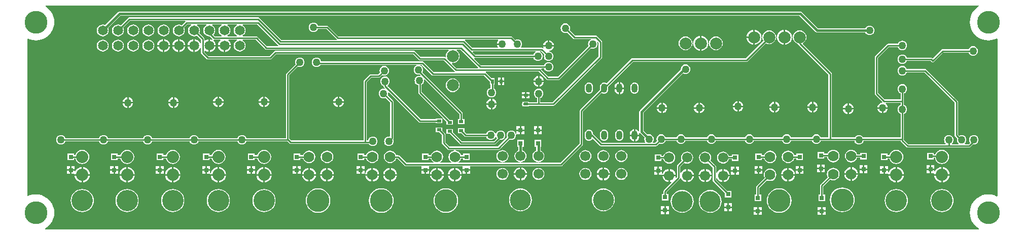
<source format=gbl>
G04 Layer_Physical_Order=2*
G04 Layer_Color=16711680*
%FSLAX44Y44*%
%MOMM*%
G71*
G01*
G75*
%ADD10R,0.5000X0.8000*%
%ADD11R,0.8000X0.5000*%
%ADD20C,0.2540*%
%ADD21C,0.3810*%
%ADD22C,1.7000*%
%ADD23C,3.5000*%
%ADD24C,3.8100*%
%ADD25C,2.0320*%
%ADD26C,3.5560*%
%ADD27C,1.7780*%
%ADD28C,1.6510*%
%ADD29C,2.0000*%
%ADD30O,1.0160X1.5240*%
%ADD31C,1.2700*%
%ADD32R,0.8000X0.8000*%
G36*
X1636490Y411405D02*
X1636848Y410135D01*
X1634149Y408481D01*
X1630471Y405339D01*
X1627329Y401661D01*
X1624801Y397536D01*
X1622950Y393067D01*
X1621821Y388363D01*
X1621441Y383540D01*
X1621821Y378717D01*
X1622950Y374013D01*
X1624801Y369544D01*
X1627329Y365419D01*
X1630471Y361741D01*
X1634149Y358599D01*
X1638274Y356071D01*
X1642743Y354220D01*
X1647447Y353091D01*
X1652270Y352711D01*
X1657093Y353091D01*
X1661797Y354220D01*
X1666266Y356071D01*
X1666402Y356154D01*
X1667510Y355534D01*
Y92776D01*
X1666402Y92156D01*
X1666266Y92239D01*
X1661797Y94090D01*
X1657093Y95219D01*
X1652270Y95599D01*
X1647447Y95219D01*
X1642743Y94090D01*
X1638274Y92239D01*
X1634149Y89711D01*
X1630471Y86569D01*
X1627329Y82891D01*
X1624801Y78766D01*
X1622950Y74297D01*
X1621821Y69593D01*
X1621441Y64770D01*
X1621821Y59947D01*
X1622950Y55243D01*
X1624801Y50774D01*
X1627329Y46649D01*
X1630471Y42971D01*
X1634149Y39829D01*
X1636849Y38174D01*
X1636491Y36904D01*
X78009Y36904D01*
X77651Y38174D01*
X80351Y39829D01*
X84029Y42971D01*
X87171Y46649D01*
X89699Y50774D01*
X91550Y55243D01*
X92680Y59947D01*
X93059Y64770D01*
X92680Y69593D01*
X91550Y74297D01*
X89699Y78766D01*
X87171Y82891D01*
X84029Y86569D01*
X80351Y89711D01*
X76226Y92239D01*
X71757Y94090D01*
X67053Y95219D01*
X62230Y95599D01*
X57407Y95219D01*
X52703Y94090D01*
X49316Y92687D01*
X48260Y93393D01*
Y354917D01*
X49316Y355623D01*
X52703Y354220D01*
X57407Y353091D01*
X62230Y352711D01*
X67053Y353091D01*
X71757Y354220D01*
X76226Y356071D01*
X80351Y358599D01*
X84029Y361741D01*
X87171Y365419D01*
X89699Y369544D01*
X91550Y374013D01*
X92680Y378717D01*
X93059Y383540D01*
X92680Y388363D01*
X91550Y393067D01*
X89699Y397536D01*
X87171Y401661D01*
X84029Y405339D01*
X80351Y408481D01*
X77964Y409944D01*
X78321Y411214D01*
X318460Y411405D01*
X1636490Y411405D01*
D02*
G37*
%LPC*%
G36*
X1316736Y139631D02*
X1315022Y139406D01*
X1312242Y138254D01*
X1309854Y136422D01*
X1308022Y134034D01*
X1306870Y131254D01*
X1306645Y129540D01*
X1316736D01*
Y139631D01*
D02*
G37*
G36*
X763016D02*
Y129540D01*
X773107D01*
X772882Y131254D01*
X771730Y134034D01*
X769898Y136422D01*
X767510Y138254D01*
X764730Y139406D01*
X763016Y139631D01*
D02*
G37*
G36*
X1499870Y140912D02*
Y129540D01*
X1511242D01*
X1510973Y131585D01*
X1509693Y134675D01*
X1507658Y137328D01*
X1505005Y139363D01*
X1501915Y140643D01*
X1499870Y140912D01*
D02*
G37*
G36*
X1319276Y139631D02*
Y129540D01*
X1329367D01*
X1329142Y131254D01*
X1327990Y134034D01*
X1326158Y136422D01*
X1323770Y138254D01*
X1320990Y139406D01*
X1319276Y139631D01*
D02*
G37*
G36*
X655066D02*
Y129540D01*
X665157D01*
X664932Y131254D01*
X663780Y134034D01*
X661948Y136422D01*
X659560Y138254D01*
X656780Y139406D01*
X655066Y139631D01*
D02*
G37*
G36*
X652526D02*
X650812Y139406D01*
X648032Y138254D01*
X645644Y136422D01*
X643812Y134034D01*
X642660Y131254D01*
X642435Y129540D01*
X652526D01*
Y139631D01*
D02*
G37*
G36*
X730504D02*
X728790Y139406D01*
X726010Y138254D01*
X723622Y136422D01*
X721790Y134034D01*
X720638Y131254D01*
X720413Y129540D01*
X730504D01*
Y139631D01*
D02*
G37*
G36*
X760476D02*
X758762Y139406D01*
X755982Y138254D01*
X753594Y136422D01*
X751762Y134034D01*
X750610Y131254D01*
X750385Y129540D01*
X760476D01*
Y139631D01*
D02*
G37*
G36*
X733044D02*
Y129540D01*
X743135D01*
X742910Y131254D01*
X741758Y134034D01*
X739926Y136422D01*
X737538Y138254D01*
X734758Y139406D01*
X733044Y139631D01*
D02*
G37*
G36*
X267970Y135050D02*
X262700D01*
Y129780D01*
X267970D01*
Y135050D01*
D02*
G37*
G36*
X199580D02*
X194310D01*
Y129780D01*
X199580D01*
Y135050D01*
D02*
G37*
G36*
X275780D02*
X270510D01*
Y129780D01*
X275780D01*
Y135050D01*
D02*
G37*
G36*
X428180D02*
X422910D01*
Y129780D01*
X428180D01*
Y135050D01*
D02*
G37*
G36*
X420370D02*
X415100D01*
Y129780D01*
X420370D01*
Y135050D01*
D02*
G37*
G36*
X345440D02*
X340170D01*
Y129780D01*
X345440D01*
Y135050D01*
D02*
G37*
G36*
X1576070Y140912D02*
Y129540D01*
X1587442D01*
X1587173Y131585D01*
X1585893Y134675D01*
X1583858Y137328D01*
X1581205Y139363D01*
X1578115Y140643D01*
X1576070Y140912D01*
D02*
G37*
G36*
X1477010Y135050D02*
X1471740D01*
Y129780D01*
X1477010D01*
Y135050D01*
D02*
G37*
G36*
X191770D02*
X186500D01*
Y129780D01*
X191770D01*
Y135050D01*
D02*
G37*
G36*
X119380D02*
X114110D01*
Y129780D01*
X119380D01*
Y135050D01*
D02*
G37*
G36*
X625094Y139631D02*
Y129540D01*
X635185D01*
X634960Y131254D01*
X633808Y134034D01*
X631976Y136422D01*
X629588Y138254D01*
X626808Y139406D01*
X625094Y139631D01*
D02*
G37*
G36*
X140970Y140912D02*
Y129540D01*
X152342D01*
X152073Y131585D01*
X150793Y134675D01*
X148758Y137328D01*
X146105Y139363D01*
X143015Y140643D01*
X140970Y140912D01*
D02*
G37*
G36*
X1235900Y133780D02*
X1230630D01*
Y128510D01*
X1235900D01*
Y133780D01*
D02*
G37*
G36*
X215900Y140912D02*
Y129540D01*
X227272D01*
X227003Y131585D01*
X225723Y134675D01*
X223688Y137328D01*
X221035Y139363D01*
X217945Y140643D01*
X215900Y140912D01*
D02*
G37*
G36*
X213360D02*
X211315Y140643D01*
X208225Y139363D01*
X205572Y137328D01*
X203537Y134675D01*
X202257Y131585D01*
X201988Y129540D01*
X213360D01*
Y140912D01*
D02*
G37*
G36*
X1228090Y133780D02*
X1222820D01*
Y128510D01*
X1228090D01*
Y133780D01*
D02*
G37*
G36*
X1180860Y137968D02*
Y128270D01*
X1190558D01*
X1190346Y129882D01*
X1189233Y132568D01*
X1187464Y134874D01*
X1185158Y136643D01*
X1182472Y137756D01*
X1180860Y137968D01*
D02*
G37*
G36*
X1178320D02*
X1176708Y137756D01*
X1174022Y136643D01*
X1171716Y134874D01*
X1169947Y132568D01*
X1168834Y129882D01*
X1168622Y128270D01*
X1178320D01*
Y137968D01*
D02*
G37*
G36*
X1099820Y133780D02*
X1094550D01*
Y128510D01*
X1099820D01*
Y133780D01*
D02*
G37*
G36*
X1210860Y137968D02*
Y128270D01*
X1220558D01*
X1220346Y129882D01*
X1219233Y132568D01*
X1217464Y134874D01*
X1215158Y136643D01*
X1212472Y137756D01*
X1210860Y137968D01*
D02*
G37*
G36*
X289560Y140912D02*
X287515Y140643D01*
X284425Y139363D01*
X281772Y137328D01*
X279737Y134675D01*
X278457Y131585D01*
X278188Y129540D01*
X289560D01*
Y140912D01*
D02*
G37*
G36*
X547116Y139631D02*
X545402Y139406D01*
X542622Y138254D01*
X540234Y136422D01*
X538402Y134034D01*
X537250Y131254D01*
X537025Y129540D01*
X547116D01*
Y139631D01*
D02*
G37*
G36*
X519684D02*
Y129540D01*
X529775D01*
X529550Y131254D01*
X528398Y134034D01*
X526566Y136422D01*
X524178Y138254D01*
X521398Y139406D01*
X519684Y139631D01*
D02*
G37*
G36*
X622554D02*
X620840Y139406D01*
X618060Y138254D01*
X615672Y136422D01*
X613840Y134034D01*
X612688Y131254D01*
X612463Y129540D01*
X622554D01*
Y139631D01*
D02*
G37*
G36*
X549656D02*
Y129540D01*
X559747D01*
X559522Y131254D01*
X558370Y134034D01*
X556538Y136422D01*
X554150Y138254D01*
X551370Y139406D01*
X549656Y139631D01*
D02*
G37*
G36*
X517144D02*
X515430Y139406D01*
X512650Y138254D01*
X510262Y136422D01*
X508430Y134034D01*
X507278Y131254D01*
X507053Y129540D01*
X517144D01*
Y139631D01*
D02*
G37*
G36*
X368300Y140912D02*
Y129540D01*
X379672D01*
X379403Y131585D01*
X378123Y134675D01*
X376088Y137328D01*
X373435Y139363D01*
X370345Y140643D01*
X368300Y140912D01*
D02*
G37*
G36*
X292100D02*
Y129540D01*
X303472D01*
X303203Y131585D01*
X301923Y134675D01*
X299888Y137328D01*
X297235Y139363D01*
X294145Y140643D01*
X292100Y140912D01*
D02*
G37*
G36*
X444500D02*
Y129540D01*
X455872D01*
X455603Y131585D01*
X454323Y134675D01*
X452288Y137328D01*
X449635Y139363D01*
X446545Y140643D01*
X444500Y140912D01*
D02*
G37*
G36*
X441960D02*
X439915Y140643D01*
X436825Y139363D01*
X434172Y137328D01*
X432137Y134675D01*
X430857Y131585D01*
X430588Y129540D01*
X441960D01*
Y140912D01*
D02*
G37*
G36*
X496570Y135050D02*
X491300D01*
Y129780D01*
X496570D01*
Y135050D01*
D02*
G37*
G36*
X1573530Y140912D02*
X1571485Y140643D01*
X1568395Y139363D01*
X1565742Y137328D01*
X1563707Y134675D01*
X1563560Y134321D01*
X1562290Y134573D01*
Y136320D01*
X1557020D01*
Y131050D01*
X1561075D01*
X1562189Y129780D01*
X1562158Y129540D01*
X1573530D01*
Y140912D01*
D02*
G37*
G36*
X138430D02*
X136385Y140643D01*
X133295Y139363D01*
X130642Y137328D01*
X128607Y134675D01*
X128460Y134321D01*
X127190Y134573D01*
Y135050D01*
X121920D01*
Y129780D01*
X126126D01*
X126337Y129540D01*
X138430D01*
Y140912D01*
D02*
G37*
G36*
X1228090Y141590D02*
X1222820D01*
Y136320D01*
X1228090D01*
Y141590D01*
D02*
G37*
G36*
X1099820D02*
X1094550D01*
Y136320D01*
X1099820D01*
Y141590D01*
D02*
G37*
G36*
X1379410Y137590D02*
X1374140D01*
Y132320D01*
X1379410D01*
Y137590D01*
D02*
G37*
G36*
X1450530Y136320D02*
X1445260D01*
Y131050D01*
X1450530D01*
Y136320D01*
D02*
G37*
G36*
X1442720D02*
X1437450D01*
Y131050D01*
X1442720D01*
Y136320D01*
D02*
G37*
G36*
X1371600Y137590D02*
X1366330D01*
Y132320D01*
X1371600D01*
Y137590D01*
D02*
G37*
G36*
X1554480Y136320D02*
X1549210D01*
Y131050D01*
X1554480D01*
Y136320D01*
D02*
G37*
G36*
X1235900Y141590D02*
X1230630D01*
Y136320D01*
X1235900D01*
Y141590D01*
D02*
G37*
G36*
X603250Y142860D02*
X597980D01*
Y137590D01*
X603250D01*
Y142860D01*
D02*
G37*
G36*
X496570D02*
X491300D01*
Y137590D01*
X496570D01*
Y142860D01*
D02*
G37*
G36*
X1336040D02*
X1330770D01*
Y137590D01*
X1336040D01*
Y142860D01*
D02*
G37*
G36*
X1267460D02*
X1262190D01*
Y137590D01*
X1267460D01*
Y142860D01*
D02*
G37*
G36*
X420370D02*
X415100D01*
Y137590D01*
X420370D01*
Y142860D01*
D02*
G37*
G36*
X191770D02*
X186500D01*
Y137590D01*
X191770D01*
Y142860D01*
D02*
G37*
G36*
X1107630Y141590D02*
X1102360D01*
Y136320D01*
X1107630D01*
Y141590D01*
D02*
G37*
G36*
X345440Y142860D02*
X340170D01*
Y137590D01*
X345440D01*
Y142860D01*
D02*
G37*
G36*
X267970D02*
X262700D01*
Y137590D01*
X267970D01*
Y142860D01*
D02*
G37*
G36*
X1010920Y140528D02*
Y130830D01*
X1020618D01*
X1020406Y132442D01*
X1019293Y135128D01*
X1017524Y137434D01*
X1015218Y139203D01*
X1012532Y140316D01*
X1010920Y140528D01*
D02*
G37*
G36*
X787590Y135050D02*
X782320D01*
Y129780D01*
X787590D01*
Y135050D01*
D02*
G37*
G36*
X779780D02*
X774510D01*
Y129780D01*
X779780D01*
Y135050D01*
D02*
G37*
G36*
X1275270D02*
X1270000D01*
Y129780D01*
X1275270D01*
Y135050D01*
D02*
G37*
G36*
X1267460D02*
X1262190D01*
Y129780D01*
X1267460D01*
Y135050D01*
D02*
G37*
G36*
X719010D02*
X713740D01*
Y129780D01*
X719010D01*
Y135050D01*
D02*
G37*
G36*
X603250D02*
X597980D01*
Y129780D01*
X603250D01*
Y135050D01*
D02*
G37*
G36*
X504380D02*
X499110D01*
Y129780D01*
X504380D01*
Y135050D01*
D02*
G37*
G36*
X711200D02*
X705930D01*
Y129780D01*
X711200D01*
Y135050D01*
D02*
G37*
G36*
X611060D02*
X605790D01*
Y129780D01*
X611060D01*
Y135050D01*
D02*
G37*
G36*
X1336040D02*
X1330770D01*
Y129780D01*
X1336040D01*
Y135050D01*
D02*
G37*
G36*
X869950Y140528D02*
X868338Y140316D01*
X865652Y139203D01*
X863346Y137434D01*
X861577Y135128D01*
X860464Y132442D01*
X860252Y130830D01*
X869950D01*
Y140528D01*
D02*
G37*
G36*
X1424686Y140901D02*
Y130810D01*
X1434777D01*
X1434552Y132524D01*
X1433400Y135304D01*
X1431568Y137692D01*
X1429180Y139524D01*
X1426400Y140676D01*
X1424686Y140901D01*
D02*
G37*
G36*
X1008380Y140528D02*
X1006768Y140316D01*
X1004082Y139203D01*
X1001776Y137434D01*
X1000007Y135128D01*
X998894Y132442D01*
X998682Y130830D01*
X1008380D01*
Y140528D01*
D02*
G37*
G36*
X872490D02*
Y130830D01*
X882188D01*
X881976Y132442D01*
X880863Y135128D01*
X879094Y137434D01*
X876788Y139203D01*
X874102Y140316D01*
X872490Y140528D01*
D02*
G37*
G36*
X1422146Y140901D02*
X1420432Y140676D01*
X1417652Y139524D01*
X1415264Y137692D01*
X1413432Y135304D01*
X1412280Y132524D01*
X1412055Y130810D01*
X1422146D01*
Y140901D01*
D02*
G37*
G36*
X1118320Y137968D02*
X1116708Y137756D01*
X1114022Y136643D01*
X1111716Y134874D01*
X1109947Y132568D01*
X1108834Y129882D01*
X1107630Y130143D01*
Y133780D01*
X1102360D01*
Y128510D01*
X1107373D01*
X1107693Y128270D01*
X1118320D01*
Y137968D01*
D02*
G37*
G36*
X1343850Y135050D02*
X1338580D01*
Y129780D01*
X1343850D01*
Y135050D01*
D02*
G37*
G36*
X365760Y140912D02*
X363715Y140643D01*
X360625Y139363D01*
X357972Y137328D01*
X355937Y134675D01*
X354657Y131585D01*
X354520Y130546D01*
X353250Y130629D01*
X353250Y130973D01*
X353250Y130973D01*
X353250Y131004D01*
Y135050D01*
X347980D01*
Y129780D01*
X352318D01*
X353138Y129780D01*
X353969Y129540D01*
X365760D01*
Y140912D01*
D02*
G37*
G36*
X1497330D02*
X1495285Y140643D01*
X1492195Y139363D01*
X1489542Y137328D01*
X1487507Y134675D01*
X1486227Y131585D01*
X1486090Y130546D01*
X1484820Y130629D01*
X1484820Y130973D01*
X1484820Y130973D01*
X1484820Y131004D01*
Y135050D01*
X1479550D01*
Y129780D01*
X1483888D01*
X1484708Y129780D01*
X1485538Y129540D01*
X1497330D01*
Y140912D01*
D02*
G37*
G36*
X1150860Y137968D02*
Y128270D01*
X1160558D01*
X1160346Y129882D01*
X1159233Y132568D01*
X1157464Y134874D01*
X1155158Y136643D01*
X1152472Y137756D01*
X1150860Y137968D01*
D02*
G37*
G36*
X1274000Y74280D02*
X1268730D01*
Y69010D01*
X1274000D01*
Y74280D01*
D02*
G37*
G36*
X1372870D02*
X1367600D01*
Y69010D01*
X1372870D01*
Y74280D01*
D02*
G37*
G36*
X1111250Y75550D02*
X1105980D01*
Y70280D01*
X1111250D01*
Y75550D01*
D02*
G37*
G36*
X1380680Y74280D02*
X1375410D01*
Y69010D01*
X1380680D01*
Y74280D01*
D02*
G37*
G36*
X1266190D02*
X1260920D01*
Y69010D01*
X1266190D01*
Y74280D01*
D02*
G37*
G36*
X1009650Y105476D02*
X1005921Y105109D01*
X1002335Y104021D01*
X999030Y102254D01*
X996133Y99877D01*
X993756Y96980D01*
X991989Y93675D01*
X990901Y90089D01*
X990534Y86360D01*
X990901Y82631D01*
X991989Y79045D01*
X993756Y75740D01*
X996133Y72843D01*
X999030Y70466D01*
X1002335Y68699D01*
X1005921Y67611D01*
X1009650Y67244D01*
X1013379Y67611D01*
X1016965Y68699D01*
X1020270Y70466D01*
X1023167Y72843D01*
X1025544Y75740D01*
X1027311Y79045D01*
X1028399Y82631D01*
X1028766Y86360D01*
X1028399Y90089D01*
X1027311Y93675D01*
X1025544Y96980D01*
X1023167Y99877D01*
X1020270Y102254D01*
X1016965Y104021D01*
X1013379Y105109D01*
X1009650Y105476D01*
D02*
G37*
G36*
X871220D02*
X867491Y105109D01*
X863905Y104021D01*
X860600Y102254D01*
X857703Y99877D01*
X855326Y96980D01*
X853559Y93675D01*
X852471Y90089D01*
X852104Y86360D01*
X852471Y82631D01*
X853559Y79045D01*
X855326Y75740D01*
X857703Y72843D01*
X860600Y70466D01*
X863905Y68699D01*
X867491Y67611D01*
X871220Y67244D01*
X874949Y67611D01*
X878535Y68699D01*
X881840Y70466D01*
X884737Y72843D01*
X887114Y75740D01*
X888881Y79045D01*
X889969Y82631D01*
X890336Y86360D01*
X889969Y90089D01*
X888881Y93675D01*
X887114Y96980D01*
X884737Y99877D01*
X881840Y102254D01*
X878535Y104021D01*
X874949Y105109D01*
X871220Y105476D01*
D02*
G37*
G36*
X1224470Y72820D02*
X1219200D01*
Y67550D01*
X1224470D01*
Y72820D01*
D02*
G37*
G36*
X1216660D02*
X1211390D01*
Y67550D01*
X1216660D01*
Y72820D01*
D02*
G37*
G36*
X1119060Y75550D02*
X1113790D01*
Y70280D01*
X1119060D01*
Y75550D01*
D02*
G37*
G36*
X289560Y127000D02*
X278188D01*
X278457Y124955D01*
X279737Y121865D01*
X281772Y119212D01*
X284425Y117177D01*
X287515Y115897D01*
X289560Y115628D01*
Y127000D01*
D02*
G37*
G36*
X227272D02*
X215900D01*
Y115628D01*
X217945Y115897D01*
X221035Y117177D01*
X223688Y119212D01*
X225723Y121865D01*
X227003Y124955D01*
X227272Y127000D01*
D02*
G37*
G36*
X365760D02*
X354388D01*
X354657Y124955D01*
X355937Y121865D01*
X357972Y119212D01*
X360625Y117177D01*
X363715Y115897D01*
X365760Y115628D01*
Y127000D01*
D02*
G37*
G36*
X303472D02*
X292100D01*
Y115628D01*
X294145Y115897D01*
X297235Y117177D01*
X299888Y119212D01*
X301923Y121865D01*
X303203Y124955D01*
X303472Y127000D01*
D02*
G37*
G36*
X213360D02*
X201988D01*
X202257Y124955D01*
X203537Y121865D01*
X205572Y119212D01*
X208225Y117177D01*
X211315Y115897D01*
X213360Y115628D01*
Y127000D01*
D02*
G37*
G36*
X1224470Y80630D02*
X1219200D01*
Y75360D01*
X1224470D01*
Y80630D01*
D02*
G37*
G36*
X1216660D02*
X1211390D01*
Y75360D01*
X1216660D01*
Y80630D01*
D02*
G37*
G36*
X152342Y127000D02*
X140970D01*
Y115628D01*
X143015Y115897D01*
X146105Y117177D01*
X148758Y119212D01*
X150793Y121865D01*
X152073Y124955D01*
X152342Y127000D01*
D02*
G37*
G36*
X138430D02*
X127058D01*
X127327Y124955D01*
X128607Y121865D01*
X130642Y119212D01*
X133295Y117177D01*
X136385Y115897D01*
X138430Y115628D01*
Y127000D01*
D02*
G37*
G36*
X1574800Y104487D02*
X1571016Y104115D01*
X1567377Y103011D01*
X1564023Y101218D01*
X1561084Y98806D01*
X1558672Y95867D01*
X1556879Y92513D01*
X1555775Y88874D01*
X1555403Y85090D01*
X1555775Y81306D01*
X1556879Y77667D01*
X1558672Y74313D01*
X1561084Y71374D01*
X1564023Y68962D01*
X1567377Y67169D01*
X1571016Y66065D01*
X1574800Y65693D01*
X1578584Y66065D01*
X1582223Y67169D01*
X1585577Y68962D01*
X1588516Y71374D01*
X1590928Y74313D01*
X1592721Y77667D01*
X1593825Y81306D01*
X1594197Y85090D01*
X1593825Y88874D01*
X1592721Y92513D01*
X1590928Y95867D01*
X1588516Y98806D01*
X1585577Y101218D01*
X1582223Y103011D01*
X1578584Y104115D01*
X1574800Y104487D01*
D02*
G37*
G36*
X533400Y105764D02*
X529367Y105366D01*
X525489Y104190D01*
X521914Y102279D01*
X518782Y99708D01*
X516211Y96576D01*
X514300Y93001D01*
X513124Y89123D01*
X512727Y85090D01*
X513124Y81057D01*
X514300Y77179D01*
X516211Y73604D01*
X518782Y70472D01*
X521914Y67901D01*
X525489Y65990D01*
X529367Y64814D01*
X533400Y64416D01*
X537433Y64814D01*
X541311Y65990D01*
X544886Y67901D01*
X548018Y70472D01*
X550589Y73604D01*
X552500Y77179D01*
X553676Y81057D01*
X554073Y85090D01*
X553676Y89123D01*
X552500Y93001D01*
X550589Y96576D01*
X548018Y99708D01*
X544886Y102279D01*
X541311Y104190D01*
X537433Y105366D01*
X533400Y105764D01*
D02*
G37*
G36*
X1119060Y67740D02*
X1113790D01*
Y62470D01*
X1119060D01*
Y67740D01*
D02*
G37*
G36*
X746760Y105764D02*
X742727Y105366D01*
X738849Y104190D01*
X735274Y102279D01*
X732142Y99708D01*
X729571Y96576D01*
X727660Y93001D01*
X726484Y89123D01*
X726087Y85090D01*
X726484Y81057D01*
X727660Y77179D01*
X729571Y73604D01*
X732142Y70472D01*
X735274Y67901D01*
X738849Y65990D01*
X742727Y64814D01*
X746760Y64416D01*
X750793Y64814D01*
X754671Y65990D01*
X758246Y67901D01*
X761378Y70472D01*
X763949Y73604D01*
X765860Y77179D01*
X767036Y81057D01*
X767433Y85090D01*
X767036Y89123D01*
X765860Y93001D01*
X763949Y96576D01*
X761378Y99708D01*
X758246Y102279D01*
X754671Y104190D01*
X750793Y105366D01*
X746760Y105764D01*
D02*
G37*
G36*
X638810D02*
X634777Y105366D01*
X630899Y104190D01*
X627324Y102279D01*
X624192Y99708D01*
X621621Y96576D01*
X619710Y93001D01*
X618534Y89123D01*
X618136Y85090D01*
X618534Y81057D01*
X619710Y77179D01*
X621621Y73604D01*
X624192Y70472D01*
X627324Y67901D01*
X630899Y65990D01*
X634777Y64814D01*
X638810Y64416D01*
X642843Y64814D01*
X646721Y65990D01*
X650296Y67901D01*
X653428Y70472D01*
X655999Y73604D01*
X657910Y77179D01*
X659086Y81057D01*
X659483Y85090D01*
X659086Y89123D01*
X657910Y93001D01*
X655999Y96576D01*
X653428Y99708D01*
X650296Y102279D01*
X646721Y104190D01*
X642843Y105366D01*
X638810Y105764D01*
D02*
G37*
G36*
X1111250Y67740D02*
X1105980D01*
Y62470D01*
X1111250D01*
Y67740D01*
D02*
G37*
G36*
X1274000Y66470D02*
X1268730D01*
Y61200D01*
X1274000D01*
Y66470D01*
D02*
G37*
G36*
X1266190D02*
X1260920D01*
Y61200D01*
X1266190D01*
Y66470D01*
D02*
G37*
G36*
X1380680D02*
X1375410D01*
Y61200D01*
X1380680D01*
Y66470D01*
D02*
G37*
G36*
X1372870D02*
X1367600D01*
Y61200D01*
X1372870D01*
Y66470D01*
D02*
G37*
G36*
X1303020Y105764D02*
X1298987Y105366D01*
X1295109Y104190D01*
X1291534Y102279D01*
X1288402Y99708D01*
X1285831Y96576D01*
X1283920Y93001D01*
X1282744Y89123D01*
X1282346Y85090D01*
X1282744Y81057D01*
X1283920Y77179D01*
X1285831Y73604D01*
X1288402Y70472D01*
X1291534Y67901D01*
X1295109Y65990D01*
X1298987Y64814D01*
X1303020Y64416D01*
X1307053Y64814D01*
X1310931Y65990D01*
X1314506Y67901D01*
X1317638Y70472D01*
X1320209Y73604D01*
X1322120Y77179D01*
X1323296Y81057D01*
X1323694Y85090D01*
X1323296Y89123D01*
X1322120Y93001D01*
X1320209Y96576D01*
X1317638Y99708D01*
X1314506Y102279D01*
X1310931Y104190D01*
X1307053Y105366D01*
X1303020Y105764D01*
D02*
G37*
G36*
X367030Y104487D02*
X363246Y104115D01*
X359607Y103011D01*
X356253Y101218D01*
X353314Y98806D01*
X350902Y95867D01*
X349109Y92513D01*
X348005Y88874D01*
X347633Y85090D01*
X348005Y81306D01*
X349109Y77667D01*
X350902Y74313D01*
X353314Y71374D01*
X356253Y68962D01*
X359607Y67169D01*
X363246Y66065D01*
X367030Y65693D01*
X370814Y66065D01*
X374453Y67169D01*
X377807Y68962D01*
X380746Y71374D01*
X383158Y74313D01*
X384951Y77667D01*
X386055Y81306D01*
X386427Y85090D01*
X386055Y88874D01*
X384951Y92513D01*
X383158Y95867D01*
X380746Y98806D01*
X377807Y101218D01*
X374453Y103011D01*
X370814Y104115D01*
X367030Y104487D01*
D02*
G37*
G36*
X290830D02*
X287046Y104115D01*
X283407Y103011D01*
X280053Y101218D01*
X277114Y98806D01*
X274702Y95867D01*
X272909Y92513D01*
X271805Y88874D01*
X271433Y85090D01*
X271805Y81306D01*
X272909Y77667D01*
X274702Y74313D01*
X277114Y71374D01*
X280053Y68962D01*
X283407Y67169D01*
X287046Y66065D01*
X290830Y65693D01*
X294614Y66065D01*
X298253Y67169D01*
X301607Y68962D01*
X304546Y71374D01*
X306958Y74313D01*
X308751Y77667D01*
X309855Y81306D01*
X310227Y85090D01*
X309855Y88874D01*
X308751Y92513D01*
X306958Y95867D01*
X304546Y98806D01*
X301607Y101218D01*
X298253Y103011D01*
X294614Y104115D01*
X290830Y104487D01*
D02*
G37*
G36*
X1498600D02*
X1494816Y104115D01*
X1491177Y103011D01*
X1487823Y101218D01*
X1484884Y98806D01*
X1482472Y95867D01*
X1480679Y92513D01*
X1479575Y88874D01*
X1479203Y85090D01*
X1479575Y81306D01*
X1480679Y77667D01*
X1482472Y74313D01*
X1484884Y71374D01*
X1487823Y68962D01*
X1491177Y67169D01*
X1494816Y66065D01*
X1498600Y65693D01*
X1502384Y66065D01*
X1506023Y67169D01*
X1509377Y68962D01*
X1512316Y71374D01*
X1514728Y74313D01*
X1516521Y77667D01*
X1517625Y81306D01*
X1517997Y85090D01*
X1517625Y88874D01*
X1516521Y92513D01*
X1514728Y95867D01*
X1512316Y98806D01*
X1509377Y101218D01*
X1506023Y103011D01*
X1502384Y104115D01*
X1498600Y104487D01*
D02*
G37*
G36*
X443230D02*
X439446Y104115D01*
X435807Y103011D01*
X432453Y101218D01*
X429514Y98806D01*
X427102Y95867D01*
X425309Y92513D01*
X424205Y88874D01*
X423833Y85090D01*
X424205Y81306D01*
X425309Y77667D01*
X427102Y74313D01*
X429514Y71374D01*
X432453Y68962D01*
X435807Y67169D01*
X439446Y66065D01*
X443230Y65693D01*
X447014Y66065D01*
X450653Y67169D01*
X454007Y68962D01*
X456946Y71374D01*
X459358Y74313D01*
X461151Y77667D01*
X462255Y81306D01*
X462627Y85090D01*
X462255Y88874D01*
X461151Y92513D01*
X459358Y95867D01*
X456946Y98806D01*
X454007Y101218D01*
X450653Y103011D01*
X447014Y104115D01*
X443230Y104487D01*
D02*
G37*
G36*
X214630D02*
X210846Y104115D01*
X207207Y103011D01*
X203853Y101218D01*
X200914Y98806D01*
X198502Y95867D01*
X196709Y92513D01*
X195605Y88874D01*
X195233Y85090D01*
X195605Y81306D01*
X196709Y77667D01*
X198502Y74313D01*
X200914Y71374D01*
X203853Y68962D01*
X207207Y67169D01*
X210846Y66065D01*
X214630Y65693D01*
X218414Y66065D01*
X222053Y67169D01*
X225407Y68962D01*
X228346Y71374D01*
X230758Y74313D01*
X232551Y77667D01*
X233655Y81306D01*
X234027Y85090D01*
X233655Y88874D01*
X232551Y92513D01*
X230758Y95867D01*
X228346Y98806D01*
X225407Y101218D01*
X222053Y103011D01*
X218414Y104115D01*
X214630Y104487D01*
D02*
G37*
G36*
X1187990Y102916D02*
X1184261Y102549D01*
X1180675Y101461D01*
X1177370Y99694D01*
X1174473Y97317D01*
X1172096Y94420D01*
X1170329Y91115D01*
X1169241Y87529D01*
X1168874Y83800D01*
X1169241Y80071D01*
X1170329Y76485D01*
X1172096Y73180D01*
X1174473Y70283D01*
X1177370Y67906D01*
X1180675Y66139D01*
X1184261Y65051D01*
X1187990Y64684D01*
X1191719Y65051D01*
X1195305Y66139D01*
X1198610Y67906D01*
X1201507Y70283D01*
X1203884Y73180D01*
X1205651Y76485D01*
X1206739Y80071D01*
X1207106Y83800D01*
X1206739Y87529D01*
X1205651Y91115D01*
X1203884Y94420D01*
X1201507Y97317D01*
X1198610Y99694D01*
X1195305Y101461D01*
X1191719Y102549D01*
X1187990Y102916D01*
D02*
G37*
G36*
X1141190D02*
X1137461Y102549D01*
X1133875Y101461D01*
X1130570Y99694D01*
X1127673Y97317D01*
X1125296Y94420D01*
X1123529Y91115D01*
X1122441Y87529D01*
X1122074Y83800D01*
X1122441Y80071D01*
X1123529Y76485D01*
X1125296Y73180D01*
X1127673Y70283D01*
X1130570Y67906D01*
X1133875Y66139D01*
X1137461Y65051D01*
X1141190Y64684D01*
X1144919Y65051D01*
X1148505Y66139D01*
X1151810Y67906D01*
X1154707Y70283D01*
X1157084Y73180D01*
X1158851Y76485D01*
X1159939Y80071D01*
X1160306Y83800D01*
X1159939Y87529D01*
X1158851Y91115D01*
X1157084Y94420D01*
X1154707Y97317D01*
X1151810Y99694D01*
X1148505Y101461D01*
X1144919Y102549D01*
X1141190Y102916D01*
D02*
G37*
G36*
X139700Y104487D02*
X135916Y104115D01*
X132277Y103011D01*
X128923Y101218D01*
X125984Y98806D01*
X123572Y95867D01*
X121779Y92513D01*
X120675Y88874D01*
X120303Y85090D01*
X120675Y81306D01*
X121779Y77667D01*
X123572Y74313D01*
X125984Y71374D01*
X128923Y68962D01*
X132277Y67169D01*
X135916Y66065D01*
X139700Y65693D01*
X143484Y66065D01*
X147123Y67169D01*
X150477Y68962D01*
X153416Y71374D01*
X155828Y74313D01*
X157621Y77667D01*
X158725Y81306D01*
X159097Y85090D01*
X158725Y88874D01*
X157621Y92513D01*
X155828Y95867D01*
X153416Y98806D01*
X150477Y101218D01*
X147123Y103011D01*
X143484Y104115D01*
X139700Y104487D01*
D02*
G37*
G36*
X1408430Y107034D02*
X1404397Y106636D01*
X1400519Y105460D01*
X1396944Y103549D01*
X1393812Y100978D01*
X1391241Y97846D01*
X1389330Y94271D01*
X1388154Y90393D01*
X1387757Y86360D01*
X1388154Y82327D01*
X1389330Y78449D01*
X1391241Y74874D01*
X1393812Y71742D01*
X1396944Y69171D01*
X1400519Y67260D01*
X1404397Y66084D01*
X1408430Y65686D01*
X1412463Y66084D01*
X1416341Y67260D01*
X1419916Y69171D01*
X1423048Y71742D01*
X1425619Y74874D01*
X1427530Y78449D01*
X1428706Y82327D01*
X1429104Y86360D01*
X1428706Y90393D01*
X1427530Y94271D01*
X1425619Y97846D01*
X1423048Y100978D01*
X1419916Y103549D01*
X1416341Y105460D01*
X1412463Y106636D01*
X1408430Y107034D01*
D02*
G37*
G36*
X379672Y127000D02*
X368300D01*
Y115628D01*
X370345Y115897D01*
X373435Y117177D01*
X376088Y119212D01*
X378123Y121865D01*
X379403Y124955D01*
X379672Y127000D01*
D02*
G37*
G36*
X1288034Y138774D02*
X1285315Y138416D01*
X1282782Y137367D01*
X1280607Y135697D01*
X1278937Y133522D01*
X1277888Y130989D01*
X1277530Y128270D01*
X1277888Y125551D01*
X1278884Y123148D01*
X1265446Y109710D01*
X1264828Y108786D01*
X1264611Y107696D01*
X1264611Y107696D01*
Y95264D01*
X1261936D01*
Y84216D01*
X1272984D01*
Y95264D01*
X1270309D01*
Y106516D01*
X1282912Y119120D01*
X1285315Y118124D01*
X1288034Y117766D01*
X1290753Y118124D01*
X1293286Y119173D01*
X1295461Y120843D01*
X1297131Y123018D01*
X1298180Y125551D01*
X1298538Y128270D01*
X1298180Y130989D01*
X1297131Y133522D01*
X1295461Y135697D01*
X1293286Y137367D01*
X1290753Y138416D01*
X1288034Y138774D01*
D02*
G37*
G36*
X1329367Y127000D02*
X1319276D01*
Y116909D01*
X1320990Y117134D01*
X1323770Y118286D01*
X1326158Y120118D01*
X1327990Y122506D01*
X1329142Y125286D01*
X1329367Y127000D01*
D02*
G37*
G36*
X1434777Y128270D02*
X1424686D01*
Y118179D01*
X1426400Y118404D01*
X1429180Y119556D01*
X1431568Y121388D01*
X1433400Y123776D01*
X1434552Y126556D01*
X1434777Y128270D01*
D02*
G37*
G36*
X1422146D02*
X1412055D01*
X1412280Y126556D01*
X1413432Y123776D01*
X1415264Y121388D01*
X1417652Y119556D01*
X1420432Y118404D01*
X1422146Y118179D01*
Y128270D01*
D02*
G37*
G36*
X1316736Y127000D02*
X1306645D01*
X1306870Y125286D01*
X1308022Y122506D01*
X1309854Y120118D01*
X1312242Y118286D01*
X1315022Y117134D01*
X1316736Y116909D01*
Y127000D01*
D02*
G37*
G36*
X743135D02*
X733044D01*
Y116909D01*
X734758Y117134D01*
X737538Y118286D01*
X739926Y120118D01*
X741758Y122506D01*
X742910Y125286D01*
X743135Y127000D01*
D02*
G37*
G36*
X730504D02*
X720413D01*
X720638Y125286D01*
X721790Y122506D01*
X723622Y120118D01*
X726010Y118286D01*
X728790Y117134D01*
X730504Y116909D01*
Y127000D01*
D02*
G37*
G36*
X773107D02*
X763016D01*
Y116909D01*
X764730Y117134D01*
X767510Y118286D01*
X769898Y120118D01*
X771730Y122506D01*
X772882Y125286D01*
X773107Y127000D01*
D02*
G37*
G36*
X760476D02*
X750385D01*
X750610Y125286D01*
X751762Y122506D01*
X753594Y120118D01*
X755982Y118286D01*
X758762Y117134D01*
X760476Y116909D01*
Y127000D01*
D02*
G37*
G36*
X869950Y128290D02*
X860252D01*
X860464Y126678D01*
X861577Y123992D01*
X863346Y121686D01*
X865652Y119917D01*
X868338Y118804D01*
X869950Y118592D01*
Y128290D01*
D02*
G37*
G36*
X979650Y139670D02*
X977033Y139326D01*
X974595Y138316D01*
X972501Y136709D01*
X970894Y134615D01*
X969884Y132177D01*
X969539Y129560D01*
X969884Y126943D01*
X970894Y124505D01*
X972501Y122411D01*
X974595Y120804D01*
X977033Y119794D01*
X979650Y119450D01*
X982267Y119794D01*
X984705Y120804D01*
X986799Y122411D01*
X988406Y124505D01*
X989416Y126943D01*
X989761Y129560D01*
X989416Y132177D01*
X988406Y134615D01*
X986799Y136709D01*
X984705Y138316D01*
X982267Y139326D01*
X979650Y139670D01*
D02*
G37*
G36*
X901220D02*
X898603Y139326D01*
X896165Y138316D01*
X894071Y136709D01*
X892464Y134615D01*
X891454Y132177D01*
X891109Y129560D01*
X891454Y126943D01*
X892464Y124505D01*
X894071Y122411D01*
X896165Y120804D01*
X898603Y119794D01*
X901220Y119450D01*
X903837Y119794D01*
X906275Y120804D01*
X908369Y122411D01*
X909976Y124505D01*
X910986Y126943D01*
X911330Y129560D01*
X910986Y132177D01*
X909976Y134615D01*
X908369Y136709D01*
X906275Y138316D01*
X903837Y139326D01*
X901220Y139670D01*
D02*
G37*
G36*
X1120860Y137968D02*
Y128270D01*
X1130558D01*
X1130346Y129882D01*
X1129233Y132568D01*
X1127464Y134874D01*
X1125158Y136643D01*
X1122472Y137756D01*
X1120860Y137968D01*
D02*
G37*
G36*
X1039650Y139670D02*
X1037033Y139326D01*
X1034595Y138316D01*
X1032501Y136709D01*
X1030894Y134615D01*
X1029884Y132177D01*
X1029539Y129560D01*
X1029884Y126943D01*
X1030894Y124505D01*
X1032501Y122411D01*
X1034595Y120804D01*
X1037033Y119794D01*
X1039650Y119450D01*
X1042267Y119794D01*
X1044705Y120804D01*
X1046799Y122411D01*
X1048406Y124505D01*
X1049416Y126943D01*
X1049761Y129560D01*
X1049416Y132177D01*
X1048406Y134615D01*
X1046799Y136709D01*
X1044705Y138316D01*
X1042267Y139326D01*
X1039650Y139670D01*
D02*
G37*
G36*
X841220D02*
X838603Y139326D01*
X836165Y138316D01*
X834071Y136709D01*
X832464Y134615D01*
X831454Y132177D01*
X831109Y129560D01*
X831454Y126943D01*
X832464Y124505D01*
X834071Y122411D01*
X836165Y120804D01*
X838603Y119794D01*
X841220Y119450D01*
X843837Y119794D01*
X846275Y120804D01*
X848369Y122411D01*
X849976Y124505D01*
X850986Y126943D01*
X851330Y129560D01*
X850986Y132177D01*
X849976Y134615D01*
X848369Y136709D01*
X846275Y138316D01*
X843837Y139326D01*
X841220Y139670D01*
D02*
G37*
G36*
X1008380Y128290D02*
X998682D01*
X998894Y126678D01*
X1000007Y123992D01*
X1001776Y121686D01*
X1004082Y119917D01*
X1006768Y118804D01*
X1008380Y118592D01*
Y128290D01*
D02*
G37*
G36*
X882188D02*
X872490D01*
Y118592D01*
X874102Y118804D01*
X876788Y119917D01*
X879094Y121686D01*
X880863Y123992D01*
X881976Y126678D01*
X882188Y128290D01*
D02*
G37*
G36*
X1393444Y140044D02*
X1390725Y139686D01*
X1388192Y138637D01*
X1386017Y136967D01*
X1384347Y134792D01*
X1383298Y132259D01*
X1382940Y129540D01*
X1383298Y126821D01*
X1384294Y124418D01*
X1372126Y112250D01*
X1371508Y111326D01*
X1371291Y110236D01*
X1371291Y110236D01*
Y95264D01*
X1368616D01*
Y84216D01*
X1379664D01*
Y95264D01*
X1376989D01*
Y109056D01*
X1388322Y120389D01*
X1390725Y119394D01*
X1393444Y119036D01*
X1396163Y119394D01*
X1398696Y120443D01*
X1400871Y122113D01*
X1402541Y124288D01*
X1403590Y126821D01*
X1403948Y129540D01*
X1403590Y132259D01*
X1402541Y134792D01*
X1400871Y136967D01*
X1398696Y138637D01*
X1396163Y139686D01*
X1393444Y140044D01*
D02*
G37*
G36*
X1020618Y128290D02*
X1010920D01*
Y118592D01*
X1012532Y118804D01*
X1015218Y119917D01*
X1017524Y121686D01*
X1019293Y123992D01*
X1020406Y126678D01*
X1020618Y128290D01*
D02*
G37*
G36*
X665157Y127000D02*
X655066D01*
Y116909D01*
X656780Y117134D01*
X659560Y118286D01*
X661948Y120118D01*
X663780Y122506D01*
X664932Y125286D01*
X665157Y127000D01*
D02*
G37*
G36*
X1118320Y125730D02*
X1108622D01*
X1108834Y124118D01*
X1109947Y121432D01*
X1111716Y119126D01*
X1114022Y117357D01*
X1116708Y116244D01*
X1118320Y116032D01*
Y125730D01*
D02*
G37*
G36*
X1587442Y127000D02*
X1576070D01*
Y115628D01*
X1578115Y115897D01*
X1581205Y117177D01*
X1583858Y119212D01*
X1585893Y121865D01*
X1587173Y124955D01*
X1587442Y127000D01*
D02*
G37*
G36*
X1178320Y125730D02*
X1168622D01*
X1168834Y124118D01*
X1169947Y121432D01*
X1171716Y119126D01*
X1174022Y117357D01*
X1176708Y116244D01*
X1178320Y116032D01*
Y125730D01*
D02*
G37*
G36*
X1160558D02*
X1150860D01*
Y116032D01*
X1152472Y116244D01*
X1155158Y117357D01*
X1157464Y119126D01*
X1159233Y121432D01*
X1160346Y124118D01*
X1160558Y125730D01*
D02*
G37*
G36*
X1573530Y127000D02*
X1562158D01*
X1562427Y124955D01*
X1563707Y121865D01*
X1565742Y119212D01*
X1568395Y117177D01*
X1571485Y115897D01*
X1573530Y115628D01*
Y127000D01*
D02*
G37*
G36*
X455872D02*
X444500D01*
Y115628D01*
X446545Y115897D01*
X449635Y117177D01*
X452288Y119212D01*
X454323Y121865D01*
X455603Y124955D01*
X455872Y127000D01*
D02*
G37*
G36*
X441960D02*
X430588D01*
X430857Y124955D01*
X432137Y121865D01*
X434172Y119212D01*
X436825Y117177D01*
X439915Y115897D01*
X441960Y115628D01*
Y127000D01*
D02*
G37*
G36*
X1511242D02*
X1499870D01*
Y115628D01*
X1501915Y115897D01*
X1505005Y117177D01*
X1507658Y119212D01*
X1509693Y121865D01*
X1510973Y124955D01*
X1511242Y127000D01*
D02*
G37*
G36*
X1497330D02*
X1485958D01*
X1486227Y124955D01*
X1487507Y121865D01*
X1489542Y119212D01*
X1492195Y117177D01*
X1495285Y115897D01*
X1497330Y115628D01*
Y127000D01*
D02*
G37*
G36*
X1190558Y125730D02*
X1180860D01*
Y116032D01*
X1182472Y116244D01*
X1185158Y117357D01*
X1187464Y119126D01*
X1189233Y121432D01*
X1190346Y124118D01*
X1190558Y125730D01*
D02*
G37*
G36*
X622554Y127000D02*
X612463D01*
X612688Y125286D01*
X613840Y122506D01*
X615672Y120118D01*
X618060Y118286D01*
X620840Y117134D01*
X622554Y116909D01*
Y127000D01*
D02*
G37*
G36*
X559747D02*
X549656D01*
Y116909D01*
X551370Y117134D01*
X554150Y118286D01*
X556538Y120118D01*
X558370Y122506D01*
X559522Y125286D01*
X559747Y127000D01*
D02*
G37*
G36*
X652526D02*
X642435D01*
X642660Y125286D01*
X643812Y122506D01*
X645644Y120118D01*
X648032Y118286D01*
X650812Y117134D01*
X652526Y116909D01*
Y127000D01*
D02*
G37*
G36*
X635185D02*
X625094D01*
Y116909D01*
X626808Y117134D01*
X629588Y118286D01*
X631976Y120118D01*
X633808Y122506D01*
X634960Y125286D01*
X635185Y127000D01*
D02*
G37*
G36*
X547116D02*
X537025D01*
X537250Y125286D01*
X538402Y122506D01*
X540234Y120118D01*
X542622Y118286D01*
X545402Y117134D01*
X547116Y116909D01*
Y127000D01*
D02*
G37*
G36*
X1220558Y125730D02*
X1210860D01*
Y116032D01*
X1212472Y116244D01*
X1215158Y117357D01*
X1217464Y119126D01*
X1219233Y121432D01*
X1220346Y124118D01*
X1220558Y125730D01*
D02*
G37*
G36*
X1179590Y167111D02*
X1176973Y166766D01*
X1174535Y165756D01*
X1172441Y164149D01*
X1170834Y162055D01*
X1169824Y159617D01*
X1169480Y157000D01*
X1169824Y154383D01*
X1170834Y151945D01*
X1172441Y149851D01*
X1174535Y148244D01*
X1176973Y147234D01*
X1179590Y146889D01*
X1182207Y147234D01*
X1184413Y148148D01*
X1192221Y140340D01*
Y118950D01*
X1192221Y118950D01*
X1192438Y117860D01*
X1193056Y116936D01*
X1212406Y97585D01*
Y90566D01*
X1223454D01*
Y101614D01*
X1216435D01*
X1197919Y120130D01*
Y123009D01*
X1199189Y123262D01*
X1199947Y121432D01*
X1201716Y119126D01*
X1204022Y117357D01*
X1206708Y116244D01*
X1208320Y116032D01*
Y127000D01*
Y137968D01*
X1206708Y137756D01*
X1204022Y136643D01*
X1201716Y134874D01*
X1199947Y132568D01*
X1199189Y130738D01*
X1197919Y130991D01*
Y141520D01*
X1197919Y141520D01*
X1197702Y142610D01*
X1197084Y143534D01*
X1188442Y152177D01*
X1189356Y154383D01*
X1189700Y157000D01*
X1189356Y159617D01*
X1188346Y162055D01*
X1186739Y164149D01*
X1184645Y165756D01*
X1182207Y166766D01*
X1179590Y167111D01*
D02*
G37*
G36*
X529775Y127000D02*
X519684D01*
Y116909D01*
X521398Y117134D01*
X524178Y118286D01*
X526566Y120118D01*
X528398Y122506D01*
X529550Y125286D01*
X529775Y127000D01*
D02*
G37*
G36*
X517144D02*
X507053D01*
X507278Y125286D01*
X508430Y122506D01*
X510262Y120118D01*
X512650Y118286D01*
X515430Y117134D01*
X517144Y116909D01*
Y127000D01*
D02*
G37*
G36*
X568960Y258990D02*
Y251460D01*
X576489D01*
X576351Y252511D01*
X575455Y254673D01*
X574030Y256530D01*
X572173Y257955D01*
X570011Y258851D01*
X568960Y258990D01*
D02*
G37*
G36*
X566420D02*
X565369Y258851D01*
X563207Y257955D01*
X561350Y256530D01*
X559925Y254673D01*
X559029Y252511D01*
X558890Y251460D01*
X566420D01*
Y258990D01*
D02*
G37*
G36*
X886650Y260230D02*
X881380D01*
Y256460D01*
X886650D01*
Y260230D01*
D02*
G37*
G36*
X878840D02*
X873570D01*
Y256460D01*
X878840D01*
Y260230D01*
D02*
G37*
G36*
X444500Y258990D02*
Y251460D01*
X452029D01*
X451891Y252511D01*
X450995Y254673D01*
X449570Y256530D01*
X447713Y257955D01*
X445551Y258851D01*
X444500Y258990D01*
D02*
G37*
G36*
X365760D02*
X364709Y258851D01*
X362547Y257955D01*
X360690Y256530D01*
X359265Y254673D01*
X358369Y252511D01*
X358231Y251460D01*
X365760D01*
Y258990D01*
D02*
G37*
G36*
X293370Y257719D02*
Y250190D01*
X300900D01*
X300761Y251241D01*
X299865Y253403D01*
X298440Y255260D01*
X296583Y256685D01*
X294421Y257581D01*
X293370Y257719D01*
D02*
G37*
G36*
X441960Y258990D02*
X440909Y258851D01*
X438747Y257955D01*
X436890Y256530D01*
X435465Y254673D01*
X434569Y252511D01*
X434431Y251460D01*
X441960D01*
Y258990D01*
D02*
G37*
G36*
X368300D02*
Y251460D01*
X375830D01*
X375691Y252511D01*
X374795Y254673D01*
X373370Y256530D01*
X371513Y257955D01*
X369351Y258851D01*
X368300Y258990D01*
D02*
G37*
G36*
X758190Y289483D02*
X755182Y289087D01*
X752378Y287926D01*
X749971Y286079D01*
X748124Y283672D01*
X746963Y280868D01*
X746567Y277860D01*
X746963Y274852D01*
X748124Y272048D01*
X749971Y269641D01*
X752378Y267794D01*
X755182Y266633D01*
X758190Y266237D01*
X761198Y266633D01*
X764002Y267794D01*
X766409Y269641D01*
X768256Y272048D01*
X769417Y274852D01*
X769813Y277860D01*
X769417Y280868D01*
X768256Y283672D01*
X766409Y286079D01*
X764002Y287926D01*
X761198Y289087D01*
X758190Y289483D01*
D02*
G37*
G36*
X1061720Y282251D02*
X1059996Y282024D01*
X1058390Y281359D01*
X1057010Y280300D01*
X1055951Y278920D01*
X1055286Y277314D01*
X1055059Y275590D01*
Y270510D01*
X1055286Y268786D01*
X1055951Y267180D01*
X1057010Y265800D01*
X1058390Y264741D01*
X1059996Y264076D01*
X1061720Y263849D01*
X1063444Y264076D01*
X1065051Y264741D01*
X1066430Y265800D01*
X1067489Y267180D01*
X1068154Y268786D01*
X1068381Y270510D01*
Y275590D01*
X1068154Y277314D01*
X1067489Y278920D01*
X1066430Y280300D01*
X1065051Y281359D01*
X1063444Y282024D01*
X1061720Y282251D01*
D02*
G37*
G36*
X1037590Y283109D02*
Y274320D01*
X1044006D01*
Y275590D01*
X1043744Y277579D01*
X1042976Y279433D01*
X1041755Y281025D01*
X1040163Y282246D01*
X1038309Y283014D01*
X1037590Y283109D01*
D02*
G37*
G36*
X1035050D02*
X1034331Y283014D01*
X1032477Y282246D01*
X1030885Y281025D01*
X1029664Y279433D01*
X1028896Y277579D01*
X1028634Y275590D01*
Y274320D01*
X1035050D01*
Y283109D01*
D02*
G37*
G36*
X985520Y282251D02*
X983796Y282024D01*
X982189Y281359D01*
X980810Y280300D01*
X979751Y278920D01*
X979086Y277314D01*
X978859Y275590D01*
Y270510D01*
X979086Y268786D01*
X979751Y267180D01*
X980810Y265800D01*
X982189Y264741D01*
X983796Y264076D01*
X985520Y263849D01*
X987244Y264076D01*
X988850Y264741D01*
X990230Y265800D01*
X991289Y267180D01*
X991954Y268786D01*
X992181Y270510D01*
Y275590D01*
X991954Y277314D01*
X991289Y278920D01*
X990230Y280300D01*
X988850Y281359D01*
X987244Y282024D01*
X985520Y282251D01*
D02*
G37*
G36*
X886650Y266540D02*
X881380D01*
Y262770D01*
X886650D01*
Y266540D01*
D02*
G37*
G36*
X878840D02*
X873570D01*
Y262770D01*
X878840D01*
Y266540D01*
D02*
G37*
G36*
X1044006Y271780D02*
X1037590D01*
Y262991D01*
X1038309Y263086D01*
X1040163Y263854D01*
X1041755Y265075D01*
X1042976Y266667D01*
X1043744Y268521D01*
X1044006Y270510D01*
Y271780D01*
D02*
G37*
G36*
X1035050D02*
X1028634D01*
Y270510D01*
X1028896Y268521D01*
X1029664Y266667D01*
X1030885Y265075D01*
X1032477Y263854D01*
X1034331Y263086D01*
X1035050Y262991D01*
Y271780D01*
D02*
G37*
G36*
X290830Y257719D02*
X289779Y257581D01*
X287617Y256685D01*
X285760Y255260D01*
X284335Y253403D01*
X283439Y251241D01*
X283300Y250190D01*
X290830D01*
Y257719D01*
D02*
G37*
G36*
X566420Y248920D02*
X558890D01*
X559029Y247869D01*
X559925Y245707D01*
X561350Y243850D01*
X563207Y242425D01*
X565369Y241529D01*
X566420Y241390D01*
Y248920D01*
D02*
G37*
G36*
X452029D02*
X444500D01*
Y241390D01*
X445551Y241529D01*
X447713Y242425D01*
X449570Y243850D01*
X450995Y245707D01*
X451891Y247869D01*
X452029Y248920D01*
D02*
G37*
G36*
X1294130Y250100D02*
X1293079Y249961D01*
X1290917Y249065D01*
X1289060Y247640D01*
X1287635Y245783D01*
X1286739Y243621D01*
X1286600Y242570D01*
X1294130D01*
Y250100D01*
D02*
G37*
G36*
X576489Y248920D02*
X568960D01*
Y241390D01*
X570011Y241529D01*
X572173Y242425D01*
X574030Y243850D01*
X575455Y245707D01*
X576351Y247869D01*
X576489Y248920D01*
D02*
G37*
G36*
X441960D02*
X434431D01*
X434569Y247869D01*
X435465Y245707D01*
X436890Y243850D01*
X438747Y242425D01*
X440909Y241529D01*
X441960Y241390D01*
Y248920D01*
D02*
G37*
G36*
X1170940Y248829D02*
Y241300D01*
X1178469D01*
X1178331Y242351D01*
X1177435Y244513D01*
X1176010Y246370D01*
X1174153Y247795D01*
X1171991Y248691D01*
X1170940Y248829D01*
D02*
G37*
G36*
X1168400D02*
X1167349Y248691D01*
X1165187Y247795D01*
X1163330Y246370D01*
X1161905Y244513D01*
X1161009Y242351D01*
X1160871Y241300D01*
X1168400D01*
Y248829D01*
D02*
G37*
G36*
X375830Y248920D02*
X368300D01*
Y241390D01*
X369351Y241529D01*
X371513Y242425D01*
X373370Y243850D01*
X374795Y245707D01*
X375691Y247869D01*
X375830Y248920D01*
D02*
G37*
G36*
X365760D02*
X358231D01*
X358369Y247869D01*
X359265Y245707D01*
X360690Y243850D01*
X362547Y242425D01*
X364709Y241529D01*
X365760Y241390D01*
Y248920D01*
D02*
G37*
G36*
X824230Y255180D02*
Y247650D01*
X831759D01*
X831621Y248701D01*
X830725Y250863D01*
X829300Y252720D01*
X827443Y254145D01*
X825281Y255041D01*
X824230Y255180D01*
D02*
G37*
G36*
X821690D02*
X820639Y255041D01*
X818477Y254145D01*
X816620Y252720D01*
X815195Y250863D01*
X814299Y248701D01*
X814161Y247650D01*
X821690D01*
Y255180D01*
D02*
G37*
G36*
X217170Y257719D02*
Y250190D01*
X224699D01*
X224561Y251241D01*
X223665Y253403D01*
X222240Y255260D01*
X220383Y256685D01*
X218221Y257581D01*
X217170Y257719D01*
D02*
G37*
G36*
X214630D02*
X213579Y257581D01*
X211417Y256685D01*
X209560Y255260D01*
X208135Y253403D01*
X207239Y251241D01*
X207101Y250190D01*
X214630D01*
Y257719D01*
D02*
G37*
G36*
X1235710Y251369D02*
Y243840D01*
X1243240D01*
X1243101Y244891D01*
X1242205Y247053D01*
X1240780Y248910D01*
X1238923Y250335D01*
X1236761Y251231D01*
X1235710Y251369D01*
D02*
G37*
G36*
X1357630Y250100D02*
X1356579Y249961D01*
X1354417Y249065D01*
X1352560Y247640D01*
X1351135Y245783D01*
X1350239Y243621D01*
X1350101Y242570D01*
X1357630D01*
Y250100D01*
D02*
G37*
G36*
X1296670D02*
Y242570D01*
X1304200D01*
X1304061Y243621D01*
X1303165Y245783D01*
X1301740Y247640D01*
X1299883Y249065D01*
X1297721Y249961D01*
X1296670Y250100D01*
D02*
G37*
G36*
X1233170Y251369D02*
X1232119Y251231D01*
X1229957Y250335D01*
X1228100Y248910D01*
X1226675Y247053D01*
X1225779Y244891D01*
X1225640Y243840D01*
X1233170D01*
Y251369D01*
D02*
G37*
G36*
X1360170Y250100D02*
Y242570D01*
X1367699D01*
X1367561Y243621D01*
X1366665Y245783D01*
X1365240Y247640D01*
X1363383Y249065D01*
X1361221Y249961D01*
X1360170Y250100D01*
D02*
G37*
G36*
X325120Y354891D02*
X323572Y354687D01*
X320946Y353599D01*
X318691Y351869D01*
X316961Y349614D01*
X315873Y346988D01*
X315669Y345440D01*
X325120D01*
Y354891D01*
D02*
G37*
G36*
X302260D02*
Y345440D01*
X311711D01*
X311507Y346988D01*
X310419Y349614D01*
X308689Y351869D01*
X306434Y353599D01*
X303808Y354687D01*
X302260Y354891D01*
D02*
G37*
G36*
X919480Y352970D02*
Y345440D01*
X927010D01*
X926871Y346491D01*
X925975Y348653D01*
X924550Y350510D01*
X922693Y351935D01*
X920531Y352831D01*
X919480Y352970D01*
D02*
G37*
G36*
X916940D02*
X915889Y352831D01*
X913727Y351935D01*
X911870Y350510D01*
X910445Y348653D01*
X909549Y346491D01*
X909410Y345440D01*
X916940D01*
Y352970D01*
D02*
G37*
G36*
X299720Y354891D02*
X298172Y354687D01*
X295546Y353599D01*
X293291Y351869D01*
X291561Y349614D01*
X290473Y346988D01*
X290269Y345440D01*
X299720D01*
Y354891D01*
D02*
G37*
G36*
X1626870Y343222D02*
X1624814Y342951D01*
X1622899Y342158D01*
X1621254Y340896D01*
X1619992Y339251D01*
X1619527Y338129D01*
X1576070D01*
X1576070Y338129D01*
X1574980Y337912D01*
X1574056Y337294D01*
X1574056Y337294D01*
X1559560Y322799D01*
X1559034Y323324D01*
X1558110Y323942D01*
X1557020Y324159D01*
X1557020Y324159D01*
X1516103D01*
X1515638Y325281D01*
X1514376Y326926D01*
X1512731Y328188D01*
X1510815Y328981D01*
X1508760Y329252D01*
X1506705Y328981D01*
X1504789Y328188D01*
X1503144Y326926D01*
X1501882Y325281D01*
X1501089Y323366D01*
X1500818Y321310D01*
X1501089Y319254D01*
X1501882Y317339D01*
X1503144Y315694D01*
X1504789Y314432D01*
X1506705Y313639D01*
X1508760Y313368D01*
X1510815Y313639D01*
X1512731Y314432D01*
X1514376Y315694D01*
X1515638Y317339D01*
X1516103Y318461D01*
X1555840D01*
X1557546Y316756D01*
X1557546Y316756D01*
X1558470Y316138D01*
X1559560Y315921D01*
X1560650Y316138D01*
X1561574Y316756D01*
X1577250Y332431D01*
X1619527D01*
X1619992Y331309D01*
X1621254Y329664D01*
X1622899Y328402D01*
X1624814Y327609D01*
X1626870Y327338D01*
X1628925Y327609D01*
X1630841Y328402D01*
X1632486Y329664D01*
X1633748Y331309D01*
X1634541Y333224D01*
X1634812Y335280D01*
X1634541Y337336D01*
X1633748Y339251D01*
X1632486Y340896D01*
X1630841Y342158D01*
X1628925Y342951D01*
X1626870Y343222D01*
D02*
G37*
G36*
X1313180Y370621D02*
Y358140D01*
Y345659D01*
X1315184Y345923D01*
X1318234Y347186D01*
X1320854Y349196D01*
X1322864Y351816D01*
X1324127Y354866D01*
X1324468Y357455D01*
X1324482Y357560D01*
X1325763D01*
X1325777Y357455D01*
X1326083Y355132D01*
X1327244Y352328D01*
X1329091Y349921D01*
X1331498Y348074D01*
X1334302Y346913D01*
X1334698Y346861D01*
X1335296Y345966D01*
X1385261Y296000D01*
Y190809D01*
X1372593D01*
X1372128Y191931D01*
X1370866Y193576D01*
X1369221Y194838D01*
X1367305Y195631D01*
X1365250Y195902D01*
X1363194Y195631D01*
X1361279Y194838D01*
X1359634Y193576D01*
X1358372Y191931D01*
X1357907Y190809D01*
X1323063D01*
X1322598Y191931D01*
X1321336Y193576D01*
X1319691Y194838D01*
X1317776Y195631D01*
X1315720Y195902D01*
X1313665Y195631D01*
X1311749Y194838D01*
X1310104Y193576D01*
X1308842Y191931D01*
X1308377Y190809D01*
X1260833D01*
X1260368Y191931D01*
X1259106Y193576D01*
X1257461Y194838D01*
X1255546Y195631D01*
X1253490Y195902D01*
X1251434Y195631D01*
X1249519Y194838D01*
X1247874Y193576D01*
X1246612Y191931D01*
X1246147Y190809D01*
X1197333D01*
X1196868Y191931D01*
X1195606Y193576D01*
X1193961Y194838D01*
X1192046Y195631D01*
X1189990Y195902D01*
X1187934Y195631D01*
X1186019Y194838D01*
X1184374Y193576D01*
X1183112Y191931D01*
X1182647Y190809D01*
X1146533D01*
X1146068Y191931D01*
X1144806Y193576D01*
X1143161Y194838D01*
X1141245Y195631D01*
X1139190Y195902D01*
X1137134Y195631D01*
X1135219Y194838D01*
X1133574Y193576D01*
X1132312Y191931D01*
X1131847Y190809D01*
X1113513D01*
X1113048Y191931D01*
X1111786Y193576D01*
X1110141Y194838D01*
X1108225Y195631D01*
X1106170Y195902D01*
X1104115Y195631D01*
X1102199Y194838D01*
X1100554Y193576D01*
X1099292Y191931D01*
X1098499Y190016D01*
X1098228Y187960D01*
X1098499Y185905D01*
X1098963Y184782D01*
X1095846Y181665D01*
X1092545D01*
X1091919Y182935D01*
X1092728Y183989D01*
X1093521Y185905D01*
X1093792Y187960D01*
X1093521Y190016D01*
X1092728Y191931D01*
X1091466Y193576D01*
X1089821Y194838D01*
X1087906Y195631D01*
X1085850Y195902D01*
X1083794Y195631D01*
X1083320Y195435D01*
X1076646Y202108D01*
Y232232D01*
X1142555Y298140D01*
X1142839Y297922D01*
X1144754Y297129D01*
X1146810Y296858D01*
X1148866Y297129D01*
X1150781Y297922D01*
X1152426Y299184D01*
X1153688Y300829D01*
X1154481Y302745D01*
X1154752Y304800D01*
X1154481Y306856D01*
X1153688Y308771D01*
X1152426Y310416D01*
X1150781Y311678D01*
X1148866Y312471D01*
X1146810Y312742D01*
X1144754Y312471D01*
X1142839Y311678D01*
X1141194Y310416D01*
X1139932Y308771D01*
X1139139Y306856D01*
X1138868Y304800D01*
X1138921Y304396D01*
X1070678Y236152D01*
X1069920Y235018D01*
X1069654Y233680D01*
Y200927D01*
X1068384Y200674D01*
X1068376Y200693D01*
X1067155Y202285D01*
X1065563Y203506D01*
X1063709Y204274D01*
X1062990Y204369D01*
Y195580D01*
X1069406D01*
Y196850D01*
X1069249Y198040D01*
X1070470Y198500D01*
X1070678Y198188D01*
X1078375Y190490D01*
X1078179Y190016D01*
X1077908Y187960D01*
X1078179Y185905D01*
X1078972Y183989D01*
X1079781Y182935D01*
X1079155Y181665D01*
X1007274D01*
X992614Y196324D01*
X992181Y196614D01*
Y196850D01*
X991954Y198574D01*
X991289Y200180D01*
X990230Y201560D01*
X988850Y202619D01*
X987244Y203284D01*
X985520Y203511D01*
X983796Y203284D01*
X982189Y202619D01*
X980810Y201560D01*
X979751Y200180D01*
X979086Y198574D01*
X978859Y196850D01*
Y191770D01*
X979086Y190046D01*
X979751Y188440D01*
X980810Y187060D01*
X982189Y186001D01*
X983796Y185336D01*
X985520Y185109D01*
X987244Y185336D01*
X988850Y186001D01*
X990230Y187060D01*
X991010Y188076D01*
X992490Y188391D01*
X1004080Y176802D01*
X1004080Y176802D01*
X1005004Y176184D01*
X1006094Y175967D01*
X1097026D01*
X1097026Y175967D01*
X1098116Y176184D01*
X1099040Y176802D01*
X1102992Y180753D01*
X1104115Y180289D01*
X1106170Y180018D01*
X1108225Y180289D01*
X1110141Y181082D01*
X1111786Y182344D01*
X1113048Y183989D01*
X1113513Y185111D01*
X1131847D01*
X1132312Y183989D01*
X1133574Y182344D01*
X1135219Y181082D01*
X1137134Y180289D01*
X1139190Y180018D01*
X1141245Y180289D01*
X1143161Y181082D01*
X1144806Y182344D01*
X1146068Y183989D01*
X1146533Y185111D01*
X1182647D01*
X1183112Y183989D01*
X1184374Y182344D01*
X1186019Y181082D01*
X1187934Y180289D01*
X1189990Y180018D01*
X1192046Y180289D01*
X1193961Y181082D01*
X1195606Y182344D01*
X1196868Y183989D01*
X1197333Y185111D01*
X1246147D01*
X1246612Y183989D01*
X1247874Y182344D01*
X1249519Y181082D01*
X1251434Y180289D01*
X1253490Y180018D01*
X1255546Y180289D01*
X1257461Y181082D01*
X1259106Y182344D01*
X1260368Y183989D01*
X1260833Y185111D01*
X1308377D01*
X1308842Y183989D01*
X1310104Y182344D01*
X1311749Y181082D01*
X1313665Y180289D01*
X1315720Y180018D01*
X1317776Y180289D01*
X1319691Y181082D01*
X1321336Y182344D01*
X1322598Y183989D01*
X1323063Y185111D01*
X1357907D01*
X1358372Y183989D01*
X1359634Y182344D01*
X1361279Y181082D01*
X1363194Y180289D01*
X1365250Y180018D01*
X1367305Y180289D01*
X1369221Y181082D01*
X1370866Y182344D01*
X1372128Y183989D01*
X1372593Y185111D01*
X1428636D01*
X1428699Y184634D01*
X1429492Y182719D01*
X1430754Y181074D01*
X1432399Y179812D01*
X1434315Y179019D01*
X1436370Y178748D01*
X1438425Y179019D01*
X1440341Y179812D01*
X1441986Y181074D01*
X1443248Y182719D01*
X1444041Y184634D01*
X1444104Y185111D01*
X1505973D01*
X1506128Y184330D01*
X1506746Y183406D01*
X1515636Y174516D01*
X1515636Y174516D01*
X1516560Y173898D01*
X1517650Y173681D01*
X1517650Y173681D01*
X1620520D01*
X1620520Y173681D01*
X1621610Y173898D01*
X1622534Y174516D01*
X1626927Y178908D01*
X1628140Y178748D01*
X1630195Y179019D01*
X1632111Y179812D01*
X1633756Y181074D01*
X1635018Y182719D01*
X1635811Y184634D01*
X1636082Y186690D01*
X1635811Y188745D01*
X1635018Y190661D01*
X1633756Y192306D01*
X1632111Y193568D01*
X1630195Y194361D01*
X1628140Y194632D01*
X1626084Y194361D01*
X1624169Y193568D01*
X1622524Y192306D01*
X1621262Y190661D01*
X1620469Y188745D01*
X1620198Y186690D01*
X1620469Y184634D01*
X1621262Y182719D01*
X1621878Y181917D01*
X1619340Y179379D01*
X1613313D01*
X1612881Y180649D01*
X1613436Y181074D01*
X1614698Y182719D01*
X1615491Y184634D01*
X1615762Y186690D01*
X1615491Y188745D01*
X1614698Y190661D01*
X1613436Y192306D01*
X1611791Y193568D01*
X1609875Y194361D01*
X1607820Y194632D01*
X1605764Y194361D01*
X1603849Y193568D01*
X1603765Y193504D01*
X1601779Y195490D01*
Y250190D01*
X1601779Y250190D01*
X1601562Y251280D01*
X1600944Y252204D01*
X1600944Y252204D01*
X1548874Y304274D01*
X1547950Y304892D01*
X1546860Y305109D01*
X1546860Y305109D01*
X1516103D01*
X1515638Y306231D01*
X1514376Y307876D01*
X1512731Y309138D01*
X1510815Y309931D01*
X1508760Y310202D01*
X1506705Y309931D01*
X1504789Y309138D01*
X1503144Y307876D01*
X1501882Y306231D01*
X1501089Y304315D01*
X1500818Y302260D01*
X1501089Y300205D01*
X1501882Y298289D01*
X1503144Y296644D01*
X1504789Y295382D01*
X1506705Y294589D01*
X1508760Y294318D01*
X1510815Y294589D01*
X1512731Y295382D01*
X1514376Y296644D01*
X1515638Y298289D01*
X1516103Y299411D01*
X1545680D01*
X1596081Y249010D01*
Y194310D01*
X1596081Y194310D01*
X1596298Y193220D01*
X1596916Y192296D01*
X1600242Y188970D01*
X1600149Y188745D01*
X1599878Y186690D01*
X1600149Y184634D01*
X1600942Y182719D01*
X1602204Y181074D01*
X1602759Y180649D01*
X1602328Y179379D01*
X1591723D01*
X1591291Y180649D01*
X1591846Y181074D01*
X1593108Y182719D01*
X1593901Y184634D01*
X1594172Y186690D01*
X1593901Y188745D01*
X1593108Y190661D01*
X1591846Y192306D01*
X1590201Y193568D01*
X1588286Y194361D01*
X1586230Y194632D01*
X1584174Y194361D01*
X1582259Y193568D01*
X1580614Y192306D01*
X1579352Y190661D01*
X1578559Y188745D01*
X1578288Y186690D01*
X1578559Y184634D01*
X1579352Y182719D01*
X1580614Y181074D01*
X1581169Y180649D01*
X1580737Y179379D01*
X1518830D01*
X1511609Y186600D01*
Y230147D01*
X1512731Y230612D01*
X1514376Y231874D01*
X1515638Y233519D01*
X1516431Y235434D01*
X1516702Y237490D01*
X1516431Y239545D01*
X1515638Y241461D01*
X1514376Y243106D01*
X1512731Y244368D01*
X1511609Y244833D01*
Y251460D01*
Y264437D01*
X1512731Y264902D01*
X1514376Y266164D01*
X1515638Y267809D01*
X1516431Y269725D01*
X1516702Y271780D01*
X1516431Y273836D01*
X1515638Y275751D01*
X1514376Y277396D01*
X1512731Y278658D01*
X1510815Y279451D01*
X1508760Y279722D01*
X1506705Y279451D01*
X1504789Y278658D01*
X1503144Y277396D01*
X1501882Y275751D01*
X1501089Y273836D01*
X1500818Y271780D01*
X1501089Y269725D01*
X1501882Y267809D01*
X1503144Y266164D01*
X1504789Y264902D01*
X1505911Y264437D01*
Y254309D01*
X1479460D01*
X1468429Y265340D01*
Y323940D01*
X1486132Y341643D01*
X1501417D01*
X1501882Y340521D01*
X1503144Y338876D01*
X1504789Y337614D01*
X1506705Y336821D01*
X1508760Y336550D01*
X1510815Y336821D01*
X1512731Y337614D01*
X1514376Y338876D01*
X1515638Y340521D01*
X1516431Y342436D01*
X1516702Y344492D01*
X1516431Y346548D01*
X1515638Y348463D01*
X1514376Y350108D01*
X1512731Y351370D01*
X1510815Y352163D01*
X1508760Y352434D01*
X1506705Y352163D01*
X1504789Y351370D01*
X1503144Y350108D01*
X1501882Y348463D01*
X1501417Y347341D01*
X1484952D01*
X1483862Y347124D01*
X1482938Y346506D01*
X1482937Y346506D01*
X1463566Y327134D01*
X1462948Y326210D01*
X1462731Y325120D01*
X1462731Y325120D01*
Y264160D01*
X1462731Y264160D01*
X1462948Y263070D01*
X1463566Y262146D01*
X1475469Y250242D01*
X1475014Y248901D01*
X1473419Y248691D01*
X1471257Y247795D01*
X1469400Y246370D01*
X1467975Y244513D01*
X1467079Y242351D01*
X1466940Y241300D01*
X1484539D01*
X1484401Y242351D01*
X1483505Y244513D01*
X1482080Y246370D01*
X1480815Y247341D01*
X1481246Y248611D01*
X1505911D01*
Y244833D01*
X1504789Y244368D01*
X1503144Y243106D01*
X1501882Y241461D01*
X1501089Y239545D01*
X1500818Y237490D01*
X1501089Y235434D01*
X1501882Y233519D01*
X1503144Y231874D01*
X1504789Y230612D01*
X1505911Y230147D01*
Y190809D01*
X1443135D01*
X1441986Y192306D01*
X1440341Y193568D01*
X1438425Y194361D01*
X1436370Y194632D01*
X1434315Y194361D01*
X1432399Y193568D01*
X1430754Y192306D01*
X1429605Y190809D01*
X1390959D01*
Y297180D01*
X1390959Y297180D01*
X1390742Y298270D01*
X1390124Y299194D01*
X1390124Y299194D01*
X1342603Y346716D01*
X1342851Y347962D01*
X1343122Y348074D01*
X1345529Y349921D01*
X1347376Y352328D01*
X1348537Y355132D01*
X1348933Y358140D01*
X1348537Y361148D01*
X1347376Y363952D01*
X1345529Y366359D01*
X1343122Y368206D01*
X1340318Y369367D01*
X1337310Y369763D01*
X1334302Y369367D01*
X1331498Y368206D01*
X1329091Y366359D01*
X1327244Y363952D01*
X1326083Y361148D01*
X1325777Y358825D01*
X1325763Y358720D01*
X1324482D01*
X1324468Y358825D01*
X1324127Y361414D01*
X1322864Y364464D01*
X1320854Y367084D01*
X1318234Y369094D01*
X1315184Y370357D01*
X1313180Y370621D01*
D02*
G37*
G36*
X276860Y354891D02*
Y345440D01*
X286311D01*
X286107Y346988D01*
X285019Y349614D01*
X283289Y351869D01*
X281034Y353599D01*
X278408Y354687D01*
X276860Y354891D01*
D02*
G37*
G36*
X274320D02*
X272772Y354687D01*
X270146Y353599D01*
X267891Y351869D01*
X266161Y349614D01*
X265073Y346988D01*
X264869Y345440D01*
X274320D01*
Y354891D01*
D02*
G37*
G36*
X275590Y379433D02*
X273037Y379097D01*
X270658Y378112D01*
X268615Y376544D01*
X267048Y374502D01*
X266063Y372123D01*
X265727Y369570D01*
X266063Y367017D01*
X267048Y364638D01*
X268615Y362595D01*
X270658Y361028D01*
X273037Y360043D01*
X275590Y359707D01*
X278143Y360043D01*
X280522Y361028D01*
X282565Y362595D01*
X284132Y364638D01*
X285117Y367017D01*
X285453Y369570D01*
X285117Y372123D01*
X284132Y374502D01*
X282565Y376544D01*
X280522Y378112D01*
X278143Y379097D01*
X275590Y379433D01*
D02*
G37*
G36*
X250190D02*
X247637Y379097D01*
X245258Y378112D01*
X243216Y376544D01*
X241648Y374502D01*
X240663Y372123D01*
X240327Y369570D01*
X240663Y367017D01*
X241648Y364638D01*
X243216Y362595D01*
X245258Y361028D01*
X247637Y360043D01*
X250190Y359707D01*
X252743Y360043D01*
X255122Y361028D01*
X257164Y362595D01*
X258732Y364638D01*
X259717Y367017D01*
X260053Y369570D01*
X259717Y372123D01*
X258732Y374502D01*
X257164Y376544D01*
X255122Y378112D01*
X252743Y379097D01*
X250190Y379433D01*
D02*
G37*
G36*
X433070Y391469D02*
X433070Y391469D01*
X218440D01*
X217350Y391252D01*
X216426Y390634D01*
X216426Y390634D01*
X204026Y378234D01*
X201943Y379097D01*
X199390Y379433D01*
X196837Y379097D01*
X194458Y378112D01*
X192416Y376544D01*
X190848Y374502D01*
X189863Y372123D01*
X189527Y369570D01*
X189863Y367017D01*
X190848Y364638D01*
X192416Y362595D01*
X194458Y361028D01*
X196837Y360043D01*
X199390Y359707D01*
X201943Y360043D01*
X204322Y361028D01*
X206364Y362595D01*
X207932Y364638D01*
X208917Y367017D01*
X209253Y369570D01*
X208917Y372123D01*
X208055Y374206D01*
X219620Y385771D01*
X311615D01*
X312000Y384501D01*
X311676Y384284D01*
X311676Y384284D01*
X305626Y378234D01*
X303543Y379097D01*
X300990Y379433D01*
X298437Y379097D01*
X296058Y378112D01*
X294016Y376544D01*
X292448Y374502D01*
X291463Y372123D01*
X291127Y369570D01*
X291463Y367017D01*
X292448Y364638D01*
X294016Y362595D01*
X296058Y361028D01*
X298437Y360043D01*
X300990Y359707D01*
X303543Y360043D01*
X305922Y361028D01*
X307964Y362595D01*
X309532Y364638D01*
X310517Y367017D01*
X310853Y369570D01*
X310517Y372123D01*
X309655Y374206D01*
X314870Y379421D01*
X321301D01*
X321553Y378151D01*
X321458Y378112D01*
X319415Y376544D01*
X317848Y374502D01*
X316863Y372123D01*
X316527Y369570D01*
X316863Y367017D01*
X317848Y364638D01*
X319415Y362595D01*
X321458Y361028D01*
X323837Y360043D01*
X326390Y359707D01*
X328943Y360043D01*
X331026Y360905D01*
X337892Y354039D01*
Y347929D01*
X336622Y347676D01*
X335819Y349614D01*
X334089Y351869D01*
X331834Y353599D01*
X329208Y354687D01*
X327660Y354891D01*
Y344170D01*
Y333449D01*
X329208Y333653D01*
X331834Y334741D01*
X334089Y336471D01*
X335819Y338726D01*
X336622Y340664D01*
X337892Y340411D01*
Y332355D01*
X337892Y332354D01*
X338109Y331264D01*
X338727Y330340D01*
X347231Y321836D01*
X347231Y321836D01*
X348155Y321218D01*
X349245Y321001D01*
X349245Y321001D01*
X453390D01*
X453390Y321001D01*
X454480Y321218D01*
X455404Y321836D01*
X463460Y329891D01*
X692240D01*
X701566Y320566D01*
X701566Y320566D01*
X702490Y319948D01*
X703580Y319731D01*
X742997D01*
X761212Y301516D01*
X761212Y301516D01*
X761537Y301299D01*
X761152Y300029D01*
X726350D01*
X709404Y316974D01*
X708480Y317592D01*
X707390Y317809D01*
X707390Y317809D01*
X538594D01*
X538531Y318286D01*
X537738Y320201D01*
X536476Y321846D01*
X534831Y323108D01*
X532915Y323901D01*
X530860Y324172D01*
X528805Y323901D01*
X526889Y323108D01*
X525244Y321846D01*
X523982Y320201D01*
X523189Y318286D01*
X522918Y316230D01*
X523189Y314174D01*
X523982Y312259D01*
X525244Y310614D01*
X526889Y309352D01*
X528805Y308559D01*
X530860Y308288D01*
X532915Y308559D01*
X534831Y309352D01*
X536476Y310614D01*
X537625Y312111D01*
X697863D01*
X698115Y310841D01*
X697069Y310408D01*
X695424Y309146D01*
X694162Y307501D01*
X693369Y305585D01*
X693098Y303530D01*
X693369Y301474D01*
X694162Y299559D01*
X695424Y297914D01*
X697069Y296652D01*
X698985Y295859D01*
X701040Y295588D01*
X703095Y295859D01*
X703320Y295951D01*
X704672Y294599D01*
X704007Y293469D01*
X702310Y293692D01*
X700255Y293421D01*
X698339Y292628D01*
X696694Y291366D01*
X695432Y289721D01*
X694639Y287806D01*
X694368Y285750D01*
X694639Y283694D01*
X695432Y281779D01*
X696694Y280134D01*
X698339Y278872D01*
X700255Y278079D01*
X700611Y278032D01*
Y265430D01*
X700611Y265430D01*
X700828Y264340D01*
X701446Y263416D01*
X741525Y223336D01*
X740721Y222344D01*
X739639Y222344D01*
X729806D01*
Y221169D01*
X704880D01*
X649549Y276499D01*
X649760Y278085D01*
X650776Y278864D01*
X652038Y280509D01*
X652831Y282425D01*
X653102Y284480D01*
X652831Y286535D01*
X652038Y288451D01*
X650776Y290096D01*
X649131Y291358D01*
X647215Y292151D01*
X645160Y292422D01*
X643104Y292151D01*
X641189Y291358D01*
X639544Y290096D01*
X638282Y288451D01*
X637489Y286535D01*
X637218Y284480D01*
X637489Y282425D01*
X638282Y280509D01*
X639544Y278864D01*
X641189Y277602D01*
X642311Y277137D01*
Y276860D01*
X642311Y276860D01*
X642528Y275770D01*
X643146Y274846D01*
X644982Y273009D01*
X644317Y271879D01*
X642620Y272102D01*
X640564Y271831D01*
X638649Y271038D01*
X637004Y269776D01*
X635742Y268131D01*
X634949Y266215D01*
X634678Y264160D01*
X634949Y262104D01*
X635742Y260189D01*
X637004Y258544D01*
X638649Y257282D01*
X640564Y256489D01*
X642620Y256218D01*
X644676Y256489D01*
X645798Y256954D01*
X653741Y249010D01*
Y193075D01*
X652471Y191965D01*
X651510Y192092D01*
X649454Y191821D01*
X647539Y191028D01*
X645894Y189766D01*
X644632Y188121D01*
X643839Y186206D01*
X643568Y184150D01*
X643839Y182094D01*
X644632Y180179D01*
X645894Y178534D01*
X647539Y177272D01*
X649454Y176479D01*
X651510Y176208D01*
X653566Y176479D01*
X655481Y177272D01*
X657126Y178534D01*
X658388Y180179D01*
X659181Y182094D01*
X659452Y184150D01*
X659181Y186206D01*
X658702Y187362D01*
X659222Y188140D01*
X659439Y189230D01*
X659439Y189230D01*
Y250190D01*
X659222Y251280D01*
X658604Y252204D01*
X658604Y252204D01*
X649827Y260982D01*
X650291Y262104D01*
X650562Y264160D01*
X650339Y265857D01*
X651469Y266522D01*
X701686Y216306D01*
X702610Y215688D01*
X703700Y215471D01*
X703700Y215471D01*
X729806D01*
Y214296D01*
X740854D01*
Y221081D01*
X740854Y222211D01*
X741846Y223015D01*
X747586Y217275D01*
Y211756D01*
X758634D01*
Y219804D01*
X753115D01*
X706309Y266610D01*
Y278893D01*
X707926Y280134D01*
X709188Y281779D01*
X709981Y283694D01*
X710252Y285750D01*
X710029Y287447D01*
X711159Y288112D01*
X769311Y229960D01*
Y221074D01*
X766636D01*
Y213026D01*
X777684D01*
Y221074D01*
X775009D01*
Y231140D01*
X775009Y231140D01*
X774792Y232230D01*
X774174Y233154D01*
X707854Y299475D01*
X707918Y299559D01*
X708711Y301474D01*
X708982Y303530D01*
X708711Y305585D01*
X707918Y307501D01*
X706656Y309146D01*
X705011Y310408D01*
X703965Y310841D01*
X704217Y312111D01*
X706210D01*
X723156Y295166D01*
X723156Y295166D01*
X724080Y294548D01*
X725170Y294331D01*
X810470D01*
X820326Y284475D01*
Y278956D01*
X821501D01*
Y273180D01*
X820904Y273101D01*
X818989Y272308D01*
X817344Y271046D01*
X816082Y269401D01*
X815289Y267486D01*
X815018Y265430D01*
X815289Y263375D01*
X816082Y261459D01*
X817344Y259814D01*
X818989Y258552D01*
X820904Y257759D01*
X822960Y257488D01*
X825015Y257759D01*
X826931Y258552D01*
X828576Y259814D01*
X829838Y261459D01*
X830631Y263375D01*
X830902Y265430D01*
X830631Y267486D01*
X829838Y269401D01*
X828576Y271046D01*
X827199Y272103D01*
Y278956D01*
X828374D01*
Y290004D01*
X822855D01*
X813664Y299194D01*
X813340Y299411D01*
X813725Y300681D01*
X901790D01*
X914926Y287546D01*
X914926Y287546D01*
X915850Y286928D01*
X916940Y286711D01*
X934720D01*
X934720Y286711D01*
X935810Y286928D01*
X936734Y287546D01*
X988692Y339504D01*
X989815Y339039D01*
X991870Y338768D01*
X993925Y339039D01*
X995841Y339832D01*
X997486Y341094D01*
X998748Y342739D01*
X999541Y344655D01*
X999812Y346710D01*
X999541Y348765D01*
X998864Y350401D01*
X999940Y351121D01*
X1001721Y349340D01*
Y326300D01*
X924770Y249349D01*
X904549D01*
Y256817D01*
X905671Y257282D01*
X907316Y258544D01*
X908578Y260189D01*
X909371Y262104D01*
X909642Y264160D01*
X909371Y266215D01*
X908578Y268131D01*
X907316Y269776D01*
X905671Y271038D01*
X903755Y271831D01*
X901700Y272102D01*
X899644Y271831D01*
X897729Y271038D01*
X896084Y269776D01*
X894822Y268131D01*
X894029Y266215D01*
X893758Y264160D01*
X894029Y262104D01*
X894822Y260189D01*
X896084Y258544D01*
X897729Y257282D01*
X898851Y256817D01*
Y249349D01*
X885634D01*
Y250524D01*
X874586D01*
Y248795D01*
X874166Y248514D01*
X873548Y247590D01*
X873331Y246500D01*
X873548Y245410D01*
X874166Y244486D01*
X874586Y244205D01*
Y242476D01*
X885634D01*
Y243651D01*
X925950D01*
X925950Y243651D01*
X927040Y243868D01*
X927964Y244486D01*
X1006584Y323106D01*
X1006584Y323106D01*
X1007202Y324030D01*
X1007419Y325120D01*
Y350520D01*
X1007419Y350520D01*
X1007202Y351610D01*
X1006584Y352534D01*
X998964Y360154D01*
X998040Y360772D01*
X996950Y360989D01*
X996950Y360989D01*
X962570D01*
X953356Y370202D01*
X953821Y371325D01*
X954092Y373380D01*
X953821Y375435D01*
X953028Y377351D01*
X951766Y378996D01*
X950121Y380258D01*
X948205Y381051D01*
X946150Y381322D01*
X944094Y381051D01*
X942179Y380258D01*
X940534Y378996D01*
X939272Y377351D01*
X938479Y375435D01*
X938208Y373380D01*
X938479Y371325D01*
X939272Y369409D01*
X940534Y367764D01*
X942179Y366502D01*
X944094Y365709D01*
X946150Y365438D01*
X948205Y365709D01*
X949328Y366174D01*
X959376Y356126D01*
X959376Y356126D01*
X960300Y355508D01*
X961390Y355291D01*
X961390Y355291D01*
X988693D01*
X988945Y354021D01*
X987899Y353588D01*
X986254Y352326D01*
X984992Y350681D01*
X984199Y348765D01*
X983928Y346710D01*
X984199Y344655D01*
X984663Y343532D01*
X933540Y292409D01*
X918120D01*
X906038Y304491D01*
X906563Y305761D01*
X910867D01*
X911332Y304639D01*
X912594Y302994D01*
X914239Y301732D01*
X916154Y300939D01*
X918210Y300668D01*
X920266Y300939D01*
X922181Y301732D01*
X923826Y302994D01*
X925088Y304639D01*
X925881Y306555D01*
X926152Y308610D01*
X925881Y310665D01*
X925088Y312581D01*
X923826Y314226D01*
X922181Y315488D01*
X920266Y316281D01*
X918210Y316552D01*
X916154Y316281D01*
X914239Y315488D01*
X912594Y314226D01*
X911332Y312581D01*
X910867Y311459D01*
X805090D01*
X794124Y322425D01*
X794750Y323595D01*
X795020Y323541D01*
X795020Y323541D01*
X893087D01*
X893552Y322419D01*
X894814Y320774D01*
X896459Y319512D01*
X898374Y318719D01*
X900430Y318448D01*
X902486Y318719D01*
X904401Y319512D01*
X906046Y320774D01*
X907308Y322419D01*
X908101Y324334D01*
X908372Y326390D01*
X908101Y328446D01*
X907308Y330361D01*
X906046Y332006D01*
X904401Y333268D01*
X903968Y333447D01*
X904221Y334717D01*
X905854D01*
X911003Y329568D01*
X910539Y328446D01*
X910268Y326390D01*
X910539Y324334D01*
X911332Y322419D01*
X912594Y320774D01*
X914239Y319512D01*
X916154Y318719D01*
X918210Y318448D01*
X920266Y318719D01*
X922181Y319512D01*
X923826Y320774D01*
X925088Y322419D01*
X925881Y324334D01*
X926152Y326390D01*
X925881Y328446D01*
X925088Y330361D01*
X923826Y332006D01*
X922181Y333268D01*
X920266Y334061D01*
X919766Y334127D01*
Y335408D01*
X920531Y335509D01*
X922693Y336405D01*
X924550Y337830D01*
X925975Y339687D01*
X926871Y341849D01*
X927010Y342900D01*
X909410D01*
X909549Y341849D01*
X910237Y340188D01*
X909160Y339468D01*
X909048Y339580D01*
X908124Y340198D01*
X907034Y340415D01*
X907034Y340415D01*
X872835D01*
X872209Y341685D01*
X873018Y342739D01*
X873811Y344655D01*
X874082Y346710D01*
X873811Y348765D01*
X873018Y350681D01*
X871756Y352326D01*
X870111Y353588D01*
X868195Y354381D01*
X866140Y354652D01*
X864084Y354381D01*
X862962Y353917D01*
X857994Y358884D01*
X857070Y359502D01*
X855980Y359719D01*
X855980Y359719D01*
X567600D01*
X550654Y376664D01*
X549730Y377282D01*
X548640Y377499D01*
X548640Y377499D01*
X533123D01*
X532658Y378621D01*
X531396Y380266D01*
X529751Y381528D01*
X527836Y382321D01*
X525780Y382592D01*
X523725Y382321D01*
X521809Y381528D01*
X520164Y380266D01*
X518902Y378621D01*
X518109Y376706D01*
X517838Y374650D01*
X518109Y372594D01*
X518902Y370679D01*
X520164Y369034D01*
X521809Y367772D01*
X523725Y366979D01*
X525780Y366708D01*
X527836Y366979D01*
X529751Y367772D01*
X531396Y369034D01*
X532658Y370679D01*
X533123Y371801D01*
X547460D01*
X564369Y354893D01*
X564362Y354734D01*
X563965Y353623D01*
X472096D01*
X435084Y390634D01*
X434160Y391252D01*
X433070Y391469D01*
D02*
G37*
G36*
X1338580Y401006D02*
X201930D01*
X200592Y400740D01*
X199458Y399982D01*
X177978Y378503D01*
X176543Y379097D01*
X173990Y379433D01*
X171437Y379097D01*
X169058Y378112D01*
X167015Y376544D01*
X165448Y374502D01*
X164463Y372123D01*
X164127Y369570D01*
X164463Y367017D01*
X165448Y364638D01*
X167015Y362595D01*
X169058Y361028D01*
X171437Y360043D01*
X173990Y359707D01*
X176543Y360043D01*
X178922Y361028D01*
X180965Y362595D01*
X182532Y364638D01*
X183517Y367017D01*
X183853Y369570D01*
X183517Y372123D01*
X182923Y373558D01*
X203378Y394014D01*
X1337132D01*
X1364048Y367098D01*
X1365182Y366340D01*
X1366520Y366074D01*
X1447075D01*
X1447272Y365599D01*
X1448534Y363954D01*
X1450179Y362692D01*
X1452095Y361899D01*
X1454150Y361628D01*
X1456205Y361899D01*
X1458121Y362692D01*
X1459766Y363954D01*
X1461028Y365599D01*
X1461821Y367514D01*
X1462092Y369570D01*
X1461821Y371626D01*
X1461028Y373541D01*
X1459766Y375186D01*
X1458121Y376448D01*
X1456205Y377241D01*
X1454150Y377512D01*
X1452095Y377241D01*
X1450179Y376448D01*
X1448534Y375186D01*
X1447272Y373541D01*
X1447075Y373066D01*
X1367968D01*
X1341052Y399982D01*
X1339918Y400740D01*
X1338580Y401006D01*
D02*
G37*
G36*
X224790Y379433D02*
X222237Y379097D01*
X219858Y378112D01*
X217815Y376544D01*
X216248Y374502D01*
X215263Y372123D01*
X214927Y369570D01*
X215263Y367017D01*
X216248Y364638D01*
X217815Y362595D01*
X219858Y361028D01*
X222237Y360043D01*
X224790Y359707D01*
X227343Y360043D01*
X229722Y361028D01*
X231765Y362595D01*
X233332Y364638D01*
X234317Y367017D01*
X234653Y369570D01*
X234317Y372123D01*
X233332Y374502D01*
X231765Y376544D01*
X229722Y378112D01*
X227343Y379097D01*
X224790Y379433D01*
D02*
G37*
G36*
X1170940Y360461D02*
X1168936Y360197D01*
X1165886Y358934D01*
X1163266Y356924D01*
X1161256Y354304D01*
X1159993Y351254D01*
X1159652Y348665D01*
X1159638Y348560D01*
X1158357D01*
X1158343Y348665D01*
X1158037Y350988D01*
X1156876Y353792D01*
X1155029Y356199D01*
X1152622Y358046D01*
X1149818Y359207D01*
X1146810Y359603D01*
X1143802Y359207D01*
X1140998Y358046D01*
X1138591Y356199D01*
X1136744Y353792D01*
X1135583Y350988D01*
X1135187Y347980D01*
X1135583Y344972D01*
X1136744Y342168D01*
X1138591Y339761D01*
X1140998Y337914D01*
X1143802Y336753D01*
X1146810Y336357D01*
X1149818Y336753D01*
X1152622Y337914D01*
X1155029Y339761D01*
X1156876Y342168D01*
X1158037Y344972D01*
X1158343Y347295D01*
X1158357Y347400D01*
X1159638D01*
X1159652Y347295D01*
X1159993Y344706D01*
X1161256Y341656D01*
X1163266Y339036D01*
X1165886Y337026D01*
X1168936Y335763D01*
X1170940Y335499D01*
Y347980D01*
Y360461D01*
D02*
G37*
G36*
X1259840Y356870D02*
X1248629D01*
X1248893Y354866D01*
X1250156Y351816D01*
X1252166Y349196D01*
X1254786Y347186D01*
X1257836Y345923D01*
X1259840Y345659D01*
Y356870D01*
D02*
G37*
G36*
Y370621D02*
X1257836Y370357D01*
X1254786Y369094D01*
X1252166Y367084D01*
X1250156Y364464D01*
X1248893Y361414D01*
X1248629Y359410D01*
X1259840D01*
Y370621D01*
D02*
G37*
G36*
X1310640D02*
X1308636Y370357D01*
X1305586Y369094D01*
X1302966Y367084D01*
X1300956Y364464D01*
X1299693Y361414D01*
X1299352Y358825D01*
X1299338Y358720D01*
X1298057D01*
X1298043Y358825D01*
X1297737Y361148D01*
X1296576Y363952D01*
X1294729Y366359D01*
X1292322Y368206D01*
X1289518Y369367D01*
X1286510Y369763D01*
X1283502Y369367D01*
X1280698Y368206D01*
X1278291Y366359D01*
X1276444Y363952D01*
X1275283Y361148D01*
X1274977Y358825D01*
X1274963Y358720D01*
X1273682D01*
X1273668Y358825D01*
X1273327Y361414D01*
X1272064Y364464D01*
X1270054Y367084D01*
X1267434Y369094D01*
X1264384Y370357D01*
X1262380Y370621D01*
Y358140D01*
Y345659D01*
X1264384Y345923D01*
X1267434Y347186D01*
X1270054Y349196D01*
X1272064Y351816D01*
X1273327Y354866D01*
X1273668Y357455D01*
X1273682Y357560D01*
X1274963D01*
X1274977Y357455D01*
X1275283Y355132D01*
X1276444Y352328D01*
X1276542Y352201D01*
X1247230Y322889D01*
X1057910D01*
X1057910Y322889D01*
X1056820Y322672D01*
X1055896Y322054D01*
X1055896Y322054D01*
X1014788Y280946D01*
X1014250Y281359D01*
X1012644Y282024D01*
X1010920Y282251D01*
X1009196Y282024D01*
X1007589Y281359D01*
X1006210Y280300D01*
X1005151Y278920D01*
X1004486Y277314D01*
X1004259Y275590D01*
Y270510D01*
X1004270Y270429D01*
X970806Y236964D01*
X970188Y236040D01*
X969971Y234950D01*
X969971Y234950D01*
Y180250D01*
X937985Y148264D01*
X901943D01*
X901860Y149534D01*
X903837Y149794D01*
X906275Y150804D01*
X908369Y152411D01*
X909976Y154505D01*
X910986Y156943D01*
X911330Y159560D01*
X910986Y162177D01*
X909976Y164615D01*
X908369Y166709D01*
X906275Y168316D01*
X904716Y168962D01*
Y175246D01*
X905954D01*
Y186294D01*
X894906D01*
Y175246D01*
X897724D01*
Y168962D01*
X896165Y168316D01*
X894071Y166709D01*
X892464Y164615D01*
X891454Y162177D01*
X891109Y159560D01*
X891454Y156943D01*
X892464Y154505D01*
X894071Y152411D01*
X896165Y150804D01*
X898603Y149794D01*
X900580Y149534D01*
X900497Y148264D01*
X871943D01*
X871860Y149534D01*
X873837Y149794D01*
X876275Y150804D01*
X878369Y152411D01*
X879976Y154505D01*
X880986Y156943D01*
X881330Y159560D01*
X880986Y162177D01*
X879976Y164615D01*
X878369Y166709D01*
X876275Y168316D01*
X874716Y168962D01*
Y175246D01*
X876744D01*
Y186294D01*
X865696D01*
Y175246D01*
X867724D01*
Y168962D01*
X866165Y168316D01*
X864071Y166709D01*
X862464Y164615D01*
X861454Y162177D01*
X861109Y159560D01*
X861454Y156943D01*
X862464Y154505D01*
X864071Y152411D01*
X866165Y150804D01*
X868603Y149794D01*
X870580Y149534D01*
X870497Y148264D01*
X841943D01*
X841860Y149534D01*
X843837Y149794D01*
X846275Y150804D01*
X848369Y152411D01*
X849976Y154505D01*
X850986Y156943D01*
X851330Y159560D01*
X850986Y162177D01*
X849976Y164615D01*
X848369Y166709D01*
X846275Y168316D01*
X843837Y169326D01*
X841220Y169671D01*
X838603Y169326D01*
X836165Y168316D01*
X834071Y166709D01*
X832464Y164615D01*
X831454Y162177D01*
X831109Y159560D01*
X831454Y156943D01*
X832464Y154505D01*
X834071Y152411D01*
X836165Y150804D01*
X838603Y149794D01*
X840580Y149534D01*
X840497Y148264D01*
X767935D01*
X767504Y149534D01*
X769173Y150815D01*
X770843Y152990D01*
X771870Y155471D01*
X775526D01*
Y152796D01*
X786574D01*
Y163844D01*
X775526D01*
Y161169D01*
X771806D01*
X770843Y163494D01*
X769173Y165669D01*
X766998Y167339D01*
X764465Y168388D01*
X762844Y168601D01*
X762928Y169871D01*
X834390D01*
X834390Y169871D01*
X835480Y170088D01*
X836404Y170706D01*
X852802Y187104D01*
X853924Y186639D01*
X855980Y186368D01*
X858036Y186639D01*
X859951Y187432D01*
X861596Y188694D01*
X862858Y190339D01*
X863651Y192255D01*
X863922Y194310D01*
X863851Y194849D01*
X864481Y195866D01*
Y195866D01*
X864481Y195866D01*
X864481Y195866D01*
X864950Y196230D01*
X865339Y196230D01*
X865403Y196230D01*
X869950D01*
Y201500D01*
X864680D01*
Y197388D01*
X864680Y197373D01*
X864680Y197372D01*
X864680Y197201D01*
X863939Y197054D01*
X863939D01*
X863939D01*
X863049Y197819D01*
X862858Y198281D01*
X861596Y199926D01*
X859951Y201188D01*
X858036Y201981D01*
X855980Y202252D01*
X853924Y201981D01*
X852009Y201188D01*
X850364Y199926D01*
X849102Y198281D01*
X848309Y196366D01*
X848038Y194310D01*
X848309Y192255D01*
X848773Y191132D01*
X833210Y175569D01*
X753020D01*
X745799Y182790D01*
Y195700D01*
X745799Y195700D01*
X745582Y196790D01*
X744964Y197714D01*
X740854Y201825D01*
Y207344D01*
X729806D01*
Y199296D01*
X735325D01*
X740101Y194520D01*
Y181610D01*
X740101Y181610D01*
X740318Y180520D01*
X740936Y179596D01*
X749826Y170706D01*
X749826Y170706D01*
X750750Y170088D01*
X751840Y169871D01*
X751840Y169871D01*
X760564D01*
X760648Y168601D01*
X759027Y168388D01*
X756494Y167339D01*
X754319Y165669D01*
X752649Y163494D01*
X751600Y160961D01*
X751242Y158242D01*
X751600Y155523D01*
X752649Y152990D01*
X754319Y150815D01*
X755988Y149534D01*
X755557Y148264D01*
X737963D01*
X737532Y149534D01*
X739201Y150815D01*
X740871Y152990D01*
X741920Y155523D01*
X742278Y158242D01*
X741920Y160961D01*
X740871Y163494D01*
X739201Y165669D01*
X737026Y167339D01*
X734493Y168388D01*
X731774Y168746D01*
X729055Y168388D01*
X726522Y167339D01*
X724347Y165669D01*
X722677Y163494D01*
X721714Y161169D01*
X717994D01*
Y163844D01*
X706946D01*
Y152796D01*
X717994D01*
Y155471D01*
X721650D01*
X722677Y152990D01*
X724347Y150815D01*
X726016Y149534D01*
X725585Y148264D01*
X681265D01*
X669272Y160256D01*
X668348Y160874D01*
X667258Y161091D01*
X667258Y161091D01*
X663888D01*
X662893Y163494D01*
X661223Y165669D01*
X659048Y167339D01*
X656515Y168388D01*
X653796Y168746D01*
X651077Y168388D01*
X648544Y167339D01*
X646369Y165669D01*
X644699Y163494D01*
X643650Y160961D01*
X643292Y158242D01*
X643650Y155523D01*
X644699Y152990D01*
X646369Y150815D01*
X648544Y149145D01*
X651077Y148096D01*
X653796Y147738D01*
X656515Y148096D01*
X659048Y149145D01*
X661223Y150815D01*
X662893Y152990D01*
X663888Y155393D01*
X666078D01*
X678071Y143401D01*
X678071Y143401D01*
X678995Y142783D01*
X680085Y142566D01*
X680085Y142566D01*
X705930D01*
Y137590D01*
X712470D01*
X719010D01*
Y142566D01*
X774510D01*
Y137590D01*
X781050D01*
X787590D01*
Y142566D01*
X939165D01*
X939165Y142566D01*
X940255Y142783D01*
X941179Y143401D01*
X974834Y177056D01*
X975452Y177980D01*
X975669Y179070D01*
X975669Y179070D01*
Y233770D01*
X1007052Y265154D01*
X1007589Y264741D01*
X1009196Y264076D01*
X1010920Y263849D01*
X1012644Y264076D01*
X1014250Y264741D01*
X1015630Y265800D01*
X1016689Y267180D01*
X1017354Y268786D01*
X1017581Y270510D01*
Y275590D01*
X1017570Y275672D01*
X1059090Y317191D01*
X1248410D01*
X1248410Y317191D01*
X1249500Y317408D01*
X1250424Y318026D01*
X1280571Y348172D01*
X1280698Y348074D01*
X1283502Y346913D01*
X1286510Y346517D01*
X1289518Y346913D01*
X1292322Y348074D01*
X1294729Y349921D01*
X1296576Y352328D01*
X1297737Y355132D01*
X1298043Y357455D01*
X1298057Y357560D01*
X1299338D01*
X1299352Y357455D01*
X1299693Y354866D01*
X1300956Y351816D01*
X1302966Y349196D01*
X1305586Y347186D01*
X1308636Y345923D01*
X1310640Y345659D01*
Y358140D01*
Y370621D01*
D02*
G37*
G36*
X1173480Y360461D02*
Y347980D01*
Y335499D01*
X1175484Y335763D01*
X1178534Y337026D01*
X1181154Y339036D01*
X1183164Y341656D01*
X1184427Y344706D01*
X1184768Y347295D01*
X1184782Y347400D01*
X1186063D01*
X1186077Y347295D01*
X1186383Y344972D01*
X1187544Y342168D01*
X1189391Y339761D01*
X1191798Y337914D01*
X1194602Y336753D01*
X1197610Y336357D01*
X1200618Y336753D01*
X1203422Y337914D01*
X1205829Y339761D01*
X1207676Y342168D01*
X1208837Y344972D01*
X1209233Y347980D01*
X1208837Y350988D01*
X1207676Y353792D01*
X1205829Y356199D01*
X1203422Y358046D01*
X1200618Y359207D01*
X1197610Y359603D01*
X1194602Y359207D01*
X1191798Y358046D01*
X1189391Y356199D01*
X1187544Y353792D01*
X1186383Y350988D01*
X1186077Y348665D01*
X1186063Y348560D01*
X1184782D01*
X1184768Y348665D01*
X1184427Y351254D01*
X1183164Y354304D01*
X1181154Y356924D01*
X1178534Y358934D01*
X1175484Y360197D01*
X1173480Y360461D01*
D02*
G37*
G36*
X900430Y293279D02*
X899379Y293141D01*
X897217Y292245D01*
X895360Y290820D01*
X893935Y288963D01*
X893039Y286801D01*
X892900Y285750D01*
X900430D01*
Y293279D01*
D02*
G37*
G36*
X844390Y291020D02*
X840620D01*
Y285750D01*
X844390D01*
Y291020D01*
D02*
G37*
G36*
X502920Y324172D02*
X500864Y323901D01*
X498949Y323108D01*
X497304Y321846D01*
X496042Y320201D01*
X495249Y318286D01*
X494978Y316230D01*
X495249Y314174D01*
X495714Y313052D01*
X480586Y297924D01*
X479968Y297000D01*
X479751Y295910D01*
X479751Y295910D01*
Y189539D01*
X413743D01*
X413278Y190661D01*
X412016Y192306D01*
X410371Y193568D01*
X408456Y194361D01*
X406400Y194632D01*
X404344Y194361D01*
X402429Y193568D01*
X400784Y192306D01*
X399522Y190661D01*
X399057Y189539D01*
X333733D01*
X333268Y190661D01*
X332006Y192306D01*
X330361Y193568D01*
X328446Y194361D01*
X326390Y194632D01*
X324334Y194361D01*
X322419Y193568D01*
X320774Y192306D01*
X319512Y190661D01*
X319047Y189539D01*
X256263D01*
X255798Y190661D01*
X254536Y192306D01*
X252891Y193568D01*
X250975Y194361D01*
X248920Y194632D01*
X246864Y194361D01*
X244949Y193568D01*
X243304Y192306D01*
X242042Y190661D01*
X241577Y189539D01*
X182603D01*
X182138Y190661D01*
X180876Y192306D01*
X179231Y193568D01*
X177316Y194361D01*
X175260Y194632D01*
X173204Y194361D01*
X171289Y193568D01*
X169644Y192306D01*
X168382Y190661D01*
X167917Y189539D01*
X111483D01*
X111018Y190661D01*
X109756Y192306D01*
X108111Y193568D01*
X106195Y194361D01*
X104140Y194632D01*
X102085Y194361D01*
X100169Y193568D01*
X98524Y192306D01*
X97262Y190661D01*
X96469Y188745D01*
X96198Y186690D01*
X96469Y184634D01*
X97262Y182719D01*
X98524Y181074D01*
X100169Y179812D01*
X102085Y179019D01*
X104140Y178748D01*
X106195Y179019D01*
X108111Y179812D01*
X109756Y181074D01*
X111018Y182719D01*
X111483Y183841D01*
X167917D01*
X168382Y182719D01*
X169644Y181074D01*
X171289Y179812D01*
X173204Y179019D01*
X175260Y178748D01*
X177316Y179019D01*
X179231Y179812D01*
X180876Y181074D01*
X182138Y182719D01*
X182603Y183841D01*
X241577D01*
X242042Y182719D01*
X243304Y181074D01*
X244949Y179812D01*
X246864Y179019D01*
X248920Y178748D01*
X250975Y179019D01*
X252891Y179812D01*
X254536Y181074D01*
X255798Y182719D01*
X256263Y183841D01*
X319047D01*
X319512Y182719D01*
X320774Y181074D01*
X322419Y179812D01*
X324334Y179019D01*
X326390Y178748D01*
X328446Y179019D01*
X330361Y179812D01*
X332006Y181074D01*
X333268Y182719D01*
X333733Y183841D01*
X399057D01*
X399522Y182719D01*
X400784Y181074D01*
X402429Y179812D01*
X404344Y179019D01*
X406400Y178748D01*
X408456Y179019D01*
X410371Y179812D01*
X412016Y181074D01*
X413278Y182719D01*
X413743Y183841D01*
X482600D01*
X482675Y183856D01*
X485666Y180866D01*
X485666Y180866D01*
X486590Y180248D01*
X487680Y180031D01*
X487680Y180031D01*
X618075D01*
X619224Y178534D01*
X620869Y177272D01*
X622785Y176479D01*
X624840Y176208D01*
X626895Y176479D01*
X628811Y177272D01*
X630456Y178534D01*
X631718Y180179D01*
X632511Y182094D01*
X632782Y184150D01*
X632511Y186206D01*
X631718Y188121D01*
X630456Y189766D01*
X628811Y191028D01*
X626895Y191821D01*
X624840Y192092D01*
X622785Y191821D01*
X620869Y191028D01*
X619224Y189766D01*
X617962Y188121D01*
X617169Y186206D01*
X617106Y185729D01*
X614989D01*
Y283300D01*
X622210Y290521D01*
X635000D01*
X635000Y290521D01*
X636090Y290738D01*
X637014Y291356D01*
X640712Y295054D01*
X641834Y294589D01*
X643890Y294318D01*
X645946Y294589D01*
X647861Y295382D01*
X649506Y296644D01*
X650768Y298289D01*
X651561Y300205D01*
X651832Y302260D01*
X651561Y304315D01*
X650768Y306231D01*
X649506Y307876D01*
X647861Y309138D01*
X645946Y309931D01*
X643890Y310202D01*
X641834Y309931D01*
X639919Y309138D01*
X638274Y307876D01*
X637012Y306231D01*
X636219Y304315D01*
X635948Y302260D01*
X636219Y300205D01*
X636684Y299082D01*
X633820Y296219D01*
X621030D01*
X621030Y296219D01*
X619940Y296002D01*
X619016Y295384D01*
X619016Y295384D01*
X610126Y286494D01*
X609508Y285570D01*
X609291Y284480D01*
X609291Y284480D01*
Y185729D01*
X488860D01*
X485449Y189140D01*
Y294730D01*
X499742Y309023D01*
X500864Y308559D01*
X502920Y308288D01*
X504976Y308559D01*
X506891Y309352D01*
X508536Y310614D01*
X509798Y312259D01*
X510591Y314174D01*
X510862Y316230D01*
X510591Y318286D01*
X509798Y320201D01*
X508536Y321846D01*
X506891Y323108D01*
X504976Y323901D01*
X502920Y324172D01*
D02*
G37*
G36*
X902970Y293279D02*
Y285750D01*
X910499D01*
X910361Y286801D01*
X909465Y288963D01*
X908040Y290820D01*
X906183Y292245D01*
X904021Y293141D01*
X902970Y293279D01*
D02*
G37*
G36*
X838080Y291020D02*
X834310D01*
Y285750D01*
X838080D01*
Y291020D01*
D02*
G37*
G36*
X910499Y283210D02*
X902970D01*
Y275681D01*
X904021Y275819D01*
X906183Y276715D01*
X908040Y278140D01*
X909465Y279997D01*
X910361Y282159D01*
X910499Y283210D01*
D02*
G37*
G36*
X900430D02*
X892900D01*
X893039Y282159D01*
X893935Y279997D01*
X895360Y278140D01*
X897217Y276715D01*
X899379Y275819D01*
X900430Y275681D01*
Y283210D01*
D02*
G37*
G36*
X844390D02*
X840620D01*
Y277940D01*
X844390D01*
Y283210D01*
D02*
G37*
G36*
X838080D02*
X834310D01*
Y277940D01*
X838080D01*
Y283210D01*
D02*
G37*
G36*
X199390Y354033D02*
X196837Y353697D01*
X194458Y352712D01*
X192416Y351144D01*
X190848Y349102D01*
X189863Y346723D01*
X189527Y344170D01*
X189863Y341617D01*
X190848Y339238D01*
X192416Y337196D01*
X194458Y335628D01*
X196837Y334643D01*
X199390Y334307D01*
X201943Y334643D01*
X204322Y335628D01*
X206364Y337196D01*
X207932Y339238D01*
X208917Y341617D01*
X209253Y344170D01*
X208917Y346723D01*
X207932Y349102D01*
X206364Y351144D01*
X204322Y352712D01*
X201943Y353697D01*
X199390Y354033D01*
D02*
G37*
G36*
X173990D02*
X171437Y353697D01*
X169058Y352712D01*
X167015Y351144D01*
X165448Y349102D01*
X164463Y346723D01*
X164127Y344170D01*
X164463Y341617D01*
X165448Y339238D01*
X167015Y337196D01*
X169058Y335628D01*
X171437Y334643D01*
X173990Y334307D01*
X176543Y334643D01*
X178922Y335628D01*
X180965Y337196D01*
X182532Y339238D01*
X183517Y341617D01*
X183853Y344170D01*
X183517Y346723D01*
X182532Y349102D01*
X180965Y351144D01*
X178922Y352712D01*
X176543Y353697D01*
X173990Y354033D01*
D02*
G37*
G36*
X250190D02*
X247637Y353697D01*
X245258Y352712D01*
X243216Y351144D01*
X241648Y349102D01*
X240663Y346723D01*
X240327Y344170D01*
X240663Y341617D01*
X241648Y339238D01*
X243216Y337196D01*
X245258Y335628D01*
X247637Y334643D01*
X250190Y334307D01*
X252743Y334643D01*
X255122Y335628D01*
X257164Y337196D01*
X258732Y339238D01*
X259717Y341617D01*
X260053Y344170D01*
X259717Y346723D01*
X258732Y349102D01*
X257164Y351144D01*
X255122Y352712D01*
X252743Y353697D01*
X250190Y354033D01*
D02*
G37*
G36*
X224790D02*
X222237Y353697D01*
X219858Y352712D01*
X217815Y351144D01*
X216248Y349102D01*
X215263Y346723D01*
X214927Y344170D01*
X215263Y341617D01*
X216248Y339238D01*
X217815Y337196D01*
X219858Y335628D01*
X222237Y334643D01*
X224790Y334307D01*
X227343Y334643D01*
X229722Y335628D01*
X231765Y337196D01*
X233332Y339238D01*
X234317Y341617D01*
X234653Y344170D01*
X234317Y346723D01*
X233332Y349102D01*
X231765Y351144D01*
X229722Y352712D01*
X227343Y353697D01*
X224790Y354033D01*
D02*
G37*
G36*
X325120Y342900D02*
X315669D01*
X315873Y341352D01*
X316961Y338726D01*
X318691Y336471D01*
X320946Y334741D01*
X323572Y333653D01*
X325120Y333449D01*
Y342900D01*
D02*
G37*
G36*
X286311D02*
X276860D01*
Y333449D01*
X278408Y333653D01*
X281034Y334741D01*
X283289Y336471D01*
X285019Y338726D01*
X286107Y341352D01*
X286311Y342900D01*
D02*
G37*
G36*
X274320D02*
X264869D01*
X265073Y341352D01*
X266161Y338726D01*
X267891Y336471D01*
X270146Y334741D01*
X272772Y333653D01*
X274320Y333449D01*
Y342900D01*
D02*
G37*
G36*
X311711D02*
X302260D01*
Y333449D01*
X303808Y333653D01*
X306434Y334741D01*
X308689Y336471D01*
X310419Y338726D01*
X311507Y341352D01*
X311711Y342900D01*
D02*
G37*
G36*
X299720D02*
X290269D01*
X290473Y341352D01*
X291561Y338726D01*
X293291Y336471D01*
X295546Y334741D01*
X298172Y333653D01*
X299720Y333449D01*
Y342900D01*
D02*
G37*
G36*
X1108710Y248829D02*
Y241300D01*
X1116239D01*
X1116101Y242351D01*
X1115205Y244513D01*
X1113780Y246370D01*
X1111923Y247795D01*
X1109761Y248691D01*
X1108710Y248829D01*
D02*
G37*
G36*
X1423416Y170016D02*
X1420697Y169658D01*
X1418164Y168609D01*
X1415989Y166939D01*
X1414319Y164764D01*
X1413270Y162231D01*
X1412912Y159512D01*
X1413270Y156793D01*
X1414319Y154260D01*
X1415989Y152085D01*
X1418164Y150415D01*
X1420697Y149366D01*
X1423416Y149008D01*
X1426135Y149366D01*
X1428668Y150415D01*
X1430843Y152085D01*
X1432513Y154260D01*
X1433540Y156741D01*
X1438466D01*
Y154066D01*
X1449514D01*
Y165114D01*
X1438466D01*
Y162439D01*
X1433476D01*
X1432513Y164764D01*
X1430843Y166939D01*
X1428668Y168609D01*
X1426135Y169658D01*
X1423416Y170016D01*
D02*
G37*
G36*
X1318006Y168746D02*
X1315287Y168388D01*
X1312754Y167339D01*
X1310579Y165669D01*
X1308909Y163494D01*
X1307860Y160961D01*
X1307502Y158242D01*
X1307860Y155523D01*
X1308909Y152990D01*
X1310579Y150815D01*
X1312754Y149145D01*
X1315287Y148096D01*
X1318006Y147738D01*
X1320725Y148096D01*
X1323258Y149145D01*
X1325433Y150815D01*
X1327103Y152990D01*
X1328098Y155393D01*
X1331786D01*
Y152796D01*
X1342834D01*
Y163844D01*
X1331786D01*
Y161091D01*
X1328098D01*
X1327103Y163494D01*
X1325433Y165669D01*
X1323258Y167339D01*
X1320725Y168388D01*
X1318006Y168746D01*
D02*
G37*
G36*
X139700Y170027D02*
X136650Y169625D01*
X133808Y168448D01*
X131367Y166575D01*
X129494Y164134D01*
X128317Y161292D01*
X128301Y161169D01*
X126174D01*
Y163844D01*
X115126D01*
Y152796D01*
X126174D01*
Y155471D01*
X128280D01*
X128317Y155192D01*
X129494Y152350D01*
X131367Y149909D01*
X133808Y148036D01*
X136650Y146859D01*
X139700Y146457D01*
X142750Y146859D01*
X145592Y148036D01*
X148033Y149909D01*
X149906Y152350D01*
X151083Y155192D01*
X151485Y158242D01*
X151083Y161292D01*
X149906Y164134D01*
X148033Y166575D01*
X145592Y168448D01*
X142750Y169625D01*
X139700Y170027D01*
D02*
G37*
G36*
X1119590Y167111D02*
X1116973Y166766D01*
X1114535Y165756D01*
X1112441Y164149D01*
X1110834Y162055D01*
X1109920Y159849D01*
X1106614D01*
Y162574D01*
X1095566D01*
Y151526D01*
X1106614D01*
Y154151D01*
X1109920D01*
X1110834Y151945D01*
X1112441Y149851D01*
X1114535Y148244D01*
X1116973Y147234D01*
X1119590Y146889D01*
X1122207Y147234D01*
X1124645Y148244D01*
X1126739Y149851D01*
X1128346Y151945D01*
X1129356Y154383D01*
X1129700Y157000D01*
X1129356Y159617D01*
X1128346Y162055D01*
X1126739Y164149D01*
X1124645Y165756D01*
X1122207Y166766D01*
X1119590Y167111D01*
D02*
G37*
G36*
X1209590D02*
X1206973Y166766D01*
X1204535Y165756D01*
X1202441Y164149D01*
X1200834Y162055D01*
X1199824Y159617D01*
X1199480Y157000D01*
X1199824Y154383D01*
X1200834Y151945D01*
X1202441Y149851D01*
X1204535Y148244D01*
X1206973Y147234D01*
X1209590Y146889D01*
X1212207Y147234D01*
X1214645Y148244D01*
X1216739Y149851D01*
X1218346Y151945D01*
X1219260Y154151D01*
X1223836D01*
Y151526D01*
X1234884D01*
Y162574D01*
X1223836D01*
Y159849D01*
X1219260D01*
X1218346Y162055D01*
X1216739Y164149D01*
X1214645Y165756D01*
X1212207Y166766D01*
X1209590Y167111D01*
D02*
G37*
G36*
X979650Y169671D02*
X977033Y169326D01*
X974595Y168316D01*
X972501Y166709D01*
X970894Y164615D01*
X969884Y162177D01*
X969539Y159560D01*
X969884Y156943D01*
X970894Y154505D01*
X972501Y152411D01*
X974595Y150804D01*
X977033Y149794D01*
X979650Y149450D01*
X982267Y149794D01*
X984705Y150804D01*
X986799Y152411D01*
X988406Y154505D01*
X989416Y156943D01*
X989761Y159560D01*
X989416Y162177D01*
X988406Y164615D01*
X986799Y166709D01*
X984705Y168316D01*
X982267Y169326D01*
X979650Y169671D01*
D02*
G37*
G36*
X548386Y168746D02*
X545667Y168388D01*
X543134Y167339D01*
X540959Y165669D01*
X539289Y163494D01*
X538240Y160961D01*
X537882Y158242D01*
X538240Y155523D01*
X539289Y152990D01*
X540959Y150815D01*
X543134Y149145D01*
X545667Y148096D01*
X548386Y147738D01*
X551105Y148096D01*
X553638Y149145D01*
X555813Y150815D01*
X557483Y152990D01*
X558532Y155523D01*
X558890Y158242D01*
X558532Y160961D01*
X557483Y163494D01*
X555813Y165669D01*
X553638Y167339D01*
X551105Y168388D01*
X548386Y168746D01*
D02*
G37*
G36*
X1039650Y169671D02*
X1037033Y169326D01*
X1034595Y168316D01*
X1032501Y166709D01*
X1030894Y164615D01*
X1029884Y162177D01*
X1029539Y159560D01*
X1029884Y156943D01*
X1030894Y154505D01*
X1032501Y152411D01*
X1034595Y150804D01*
X1037033Y149794D01*
X1039650Y149450D01*
X1042267Y149794D01*
X1044705Y150804D01*
X1046799Y152411D01*
X1048406Y154505D01*
X1049416Y156943D01*
X1049761Y159560D01*
X1049416Y162177D01*
X1048406Y164615D01*
X1046799Y166709D01*
X1044705Y168316D01*
X1042267Y169326D01*
X1039650Y169671D01*
D02*
G37*
G36*
X1009650D02*
X1007033Y169326D01*
X1004595Y168316D01*
X1002501Y166709D01*
X1000894Y164615D01*
X999884Y162177D01*
X999539Y159560D01*
X999884Y156943D01*
X1000894Y154505D01*
X1002501Y152411D01*
X1004595Y150804D01*
X1007033Y149794D01*
X1009650Y149450D01*
X1012267Y149794D01*
X1014705Y150804D01*
X1016799Y152411D01*
X1018406Y154505D01*
X1019416Y156943D01*
X1019761Y159560D01*
X1019416Y162177D01*
X1018406Y164615D01*
X1016799Y166709D01*
X1014705Y168316D01*
X1012267Y169326D01*
X1009650Y169671D01*
D02*
G37*
G36*
X1288034Y168746D02*
X1285315Y168388D01*
X1282782Y167339D01*
X1280607Y165669D01*
X1278937Y163494D01*
X1277974Y161169D01*
X1274254D01*
Y163844D01*
X1263206D01*
Y152796D01*
X1274254D01*
Y155471D01*
X1277910D01*
X1278937Y152990D01*
X1280607Y150815D01*
X1282782Y149145D01*
X1285315Y148096D01*
X1288034Y147738D01*
X1290753Y148096D01*
X1293286Y149145D01*
X1295461Y150815D01*
X1297131Y152990D01*
X1298180Y155523D01*
X1298538Y158242D01*
X1298180Y160961D01*
X1297131Y163494D01*
X1295461Y165669D01*
X1293286Y167339D01*
X1290753Y168388D01*
X1288034Y168746D01*
D02*
G37*
G36*
X623824D02*
X621105Y168388D01*
X618572Y167339D01*
X616397Y165669D01*
X614727Y163494D01*
X613764Y161169D01*
X610044D01*
Y163844D01*
X598996D01*
Y152796D01*
X610044D01*
Y155471D01*
X613700D01*
X614727Y152990D01*
X616397Y150815D01*
X618572Y149145D01*
X621105Y148096D01*
X623824Y147738D01*
X626543Y148096D01*
X629076Y149145D01*
X631251Y150815D01*
X632921Y152990D01*
X633970Y155523D01*
X634328Y158242D01*
X633970Y160961D01*
X632921Y163494D01*
X631251Y165669D01*
X629076Y167339D01*
X626543Y168388D01*
X623824Y168746D01*
D02*
G37*
G36*
X1574800Y170027D02*
X1571750Y169625D01*
X1568908Y168448D01*
X1566467Y166575D01*
X1564594Y164134D01*
X1563892Y162439D01*
X1561274D01*
Y165114D01*
X1550226D01*
Y154066D01*
X1561274D01*
Y156741D01*
X1563213D01*
X1563417Y155192D01*
X1564594Y152350D01*
X1566467Y149909D01*
X1568908Y148036D01*
X1571750Y146859D01*
X1574800Y146457D01*
X1577850Y146859D01*
X1580692Y148036D01*
X1583133Y149909D01*
X1585006Y152350D01*
X1586183Y155192D01*
X1586585Y158242D01*
X1586183Y161292D01*
X1585006Y164134D01*
X1583133Y166575D01*
X1580692Y168448D01*
X1577850Y169625D01*
X1574800Y170027D01*
D02*
G37*
G36*
X1498600D02*
X1495550Y169625D01*
X1492708Y168448D01*
X1490267Y166575D01*
X1488394Y164134D01*
X1487217Y161292D01*
X1487200Y161169D01*
X1483804D01*
Y163844D01*
X1472756D01*
Y152796D01*
X1483804D01*
Y155471D01*
X1487180D01*
X1487217Y155192D01*
X1488394Y152350D01*
X1490267Y149909D01*
X1492708Y148036D01*
X1495550Y146859D01*
X1498600Y146457D01*
X1501650Y146859D01*
X1504492Y148036D01*
X1506933Y149909D01*
X1508806Y152350D01*
X1509983Y155192D01*
X1510385Y158242D01*
X1509983Y161292D01*
X1508806Y164134D01*
X1506933Y166575D01*
X1504492Y168448D01*
X1501650Y169625D01*
X1498600Y170027D01*
D02*
G37*
G36*
X518414Y168746D02*
X515695Y168388D01*
X513162Y167339D01*
X510987Y165669D01*
X509317Y163494D01*
X508354Y161169D01*
X503364D01*
Y163844D01*
X492316D01*
Y152796D01*
X503364D01*
Y155471D01*
X508290D01*
X509317Y152990D01*
X510987Y150815D01*
X513162Y149145D01*
X515695Y148096D01*
X518414Y147738D01*
X521133Y148096D01*
X523666Y149145D01*
X525841Y150815D01*
X527511Y152990D01*
X528560Y155523D01*
X528918Y158242D01*
X528560Y160961D01*
X527511Y163494D01*
X525841Y165669D01*
X523666Y167339D01*
X521133Y168388D01*
X518414Y168746D01*
D02*
G37*
G36*
X290830Y170027D02*
X287780Y169625D01*
X284938Y168448D01*
X282497Y166575D01*
X280624Y164134D01*
X279447Y161292D01*
X279431Y161169D01*
X274764D01*
Y163844D01*
X263716D01*
Y152796D01*
X274764D01*
Y155471D01*
X279410D01*
X279447Y155192D01*
X280624Y152350D01*
X282497Y149909D01*
X284938Y148036D01*
X287780Y146859D01*
X290830Y146457D01*
X293880Y146859D01*
X296722Y148036D01*
X299163Y149909D01*
X301036Y152350D01*
X302213Y155192D01*
X302615Y158242D01*
X302213Y161292D01*
X301036Y164134D01*
X299163Y166575D01*
X296722Y168448D01*
X293880Y169625D01*
X290830Y170027D01*
D02*
G37*
G36*
X214630D02*
X211580Y169625D01*
X208738Y168448D01*
X206297Y166575D01*
X204424Y164134D01*
X203247Y161292D01*
X203230Y161169D01*
X198564D01*
Y163844D01*
X187516D01*
Y152796D01*
X198564D01*
Y155471D01*
X203210D01*
X203247Y155192D01*
X204424Y152350D01*
X206297Y149909D01*
X208738Y148036D01*
X211580Y146859D01*
X214630Y146457D01*
X217680Y146859D01*
X220522Y148036D01*
X222963Y149909D01*
X224836Y152350D01*
X226013Y155192D01*
X226415Y158242D01*
X226013Y161292D01*
X224836Y164134D01*
X222963Y166575D01*
X220522Y168448D01*
X217680Y169625D01*
X214630Y170027D01*
D02*
G37*
G36*
X443230D02*
X440180Y169625D01*
X437338Y168448D01*
X434897Y166575D01*
X433024Y164134D01*
X431847Y161292D01*
X431830Y161169D01*
X427164D01*
Y163844D01*
X416116D01*
Y152796D01*
X427164D01*
Y155471D01*
X431810D01*
X431847Y155192D01*
X433024Y152350D01*
X434897Y149909D01*
X437338Y148036D01*
X440180Y146859D01*
X443230Y146457D01*
X446280Y146859D01*
X449122Y148036D01*
X451563Y149909D01*
X453436Y152350D01*
X454613Y155192D01*
X455015Y158242D01*
X454613Y161292D01*
X453436Y164134D01*
X451563Y166575D01*
X449122Y168448D01*
X446280Y169625D01*
X443230Y170027D01*
D02*
G37*
G36*
X367030D02*
X363980Y169625D01*
X361138Y168448D01*
X358697Y166575D01*
X356824Y164134D01*
X355647Y161292D01*
X355630Y161169D01*
X352234D01*
Y163844D01*
X341186D01*
Y152796D01*
X352234D01*
Y155471D01*
X355610D01*
X355647Y155192D01*
X356824Y152350D01*
X358697Y149909D01*
X361138Y148036D01*
X363980Y146859D01*
X367030Y146457D01*
X370080Y146859D01*
X372922Y148036D01*
X375363Y149909D01*
X377236Y152350D01*
X378413Y155192D01*
X378815Y158242D01*
X378413Y161292D01*
X377236Y164134D01*
X375363Y166575D01*
X372922Y168448D01*
X370080Y169625D01*
X367030Y170027D01*
D02*
G37*
G36*
X1149590Y167111D02*
X1146973Y166766D01*
X1144535Y165756D01*
X1142441Y164149D01*
X1140834Y162055D01*
X1139824Y159617D01*
X1139480Y157000D01*
X1139824Y154383D01*
X1140738Y152177D01*
X1133366Y144804D01*
X1132748Y143880D01*
X1132531Y142790D01*
X1132531Y142790D01*
Y124370D01*
X1131325Y123164D01*
X1130249Y123883D01*
X1130346Y124118D01*
X1130558Y125730D01*
X1120860D01*
Y116032D01*
X1122472Y116244D01*
X1122707Y116341D01*
X1123426Y115265D01*
X1110506Y102344D01*
X1109888Y101420D01*
X1109671Y100330D01*
X1109671Y100330D01*
Y96534D01*
X1106996D01*
Y85486D01*
X1118044D01*
Y96534D01*
X1115369D01*
Y99150D01*
X1137394Y121176D01*
X1137394Y121176D01*
X1138012Y122100D01*
X1138104Y122562D01*
X1139425Y122692D01*
X1139947Y121432D01*
X1141716Y119126D01*
X1144022Y117357D01*
X1146708Y116244D01*
X1148320Y116032D01*
Y127000D01*
Y137968D01*
X1146708Y137756D01*
X1144022Y136643D01*
X1141716Y134874D01*
X1139947Y132568D01*
X1139499Y131486D01*
X1138229Y131739D01*
Y141610D01*
X1144767Y148148D01*
X1146973Y147234D01*
X1149590Y146889D01*
X1152207Y147234D01*
X1154645Y148244D01*
X1156739Y149851D01*
X1158346Y151945D01*
X1159356Y154383D01*
X1159700Y157000D01*
X1159356Y159617D01*
X1158346Y162055D01*
X1156739Y164149D01*
X1154645Y165756D01*
X1152207Y166766D01*
X1149590Y167111D01*
D02*
G37*
G36*
X428180Y142860D02*
X422910D01*
Y137590D01*
X428180D01*
Y142860D01*
D02*
G37*
G36*
X353250D02*
X347980D01*
Y137590D01*
X353250D01*
Y142860D01*
D02*
G37*
G36*
X611060D02*
X605790D01*
Y137590D01*
X611060D01*
Y142860D01*
D02*
G37*
G36*
X504380D02*
X499110D01*
Y137590D01*
X504380D01*
Y142860D01*
D02*
G37*
G36*
X275780D02*
X270510D01*
Y137590D01*
X275780D01*
Y142860D01*
D02*
G37*
G36*
X119380D02*
X114110D01*
Y137590D01*
X119380D01*
Y142860D01*
D02*
G37*
G36*
X1477010D02*
X1471740D01*
Y137590D01*
X1477010D01*
Y142860D01*
D02*
G37*
G36*
X199580D02*
X194310D01*
Y137590D01*
X199580D01*
Y142860D01*
D02*
G37*
G36*
X127190D02*
X121920D01*
Y137590D01*
X127190D01*
Y142860D01*
D02*
G37*
G36*
X1562290Y144130D02*
X1557020D01*
Y138860D01*
X1562290D01*
Y144130D01*
D02*
G37*
G36*
X1450530D02*
X1445260D01*
Y138860D01*
X1450530D01*
Y144130D01*
D02*
G37*
G36*
X1379410Y145400D02*
X1374140D01*
Y140130D01*
X1379410D01*
Y145400D01*
D02*
G37*
G36*
X1371600D02*
X1366330D01*
Y140130D01*
X1371600D01*
Y145400D01*
D02*
G37*
G36*
X1554480Y144130D02*
X1549210D01*
Y138860D01*
X1554480D01*
Y144130D01*
D02*
G37*
G36*
X1343850Y142860D02*
X1338580D01*
Y137590D01*
X1343850D01*
Y142860D01*
D02*
G37*
G36*
X1275270D02*
X1270000D01*
Y137590D01*
X1275270D01*
Y142860D01*
D02*
G37*
G36*
X1442720Y144130D02*
X1437450D01*
Y138860D01*
X1442720D01*
Y144130D01*
D02*
G37*
G36*
X1484820Y142860D02*
X1479550D01*
Y137590D01*
X1484820D01*
Y142860D01*
D02*
G37*
G36*
X1294130Y240030D02*
X1286600D01*
X1286739Y238979D01*
X1287635Y236817D01*
X1289060Y234960D01*
X1290917Y233535D01*
X1293079Y232639D01*
X1294130Y232500D01*
Y240030D01*
D02*
G37*
G36*
X1484539Y238760D02*
X1477010D01*
Y231231D01*
X1478061Y231369D01*
X1480223Y232265D01*
X1482080Y233690D01*
X1483505Y235547D01*
X1484401Y237709D01*
X1484539Y238760D01*
D02*
G37*
G36*
X1304200Y240030D02*
X1296670D01*
Y232500D01*
X1297721Y232639D01*
X1299883Y233535D01*
X1301740Y234960D01*
X1303165Y236817D01*
X1304061Y238979D01*
X1304200Y240030D01*
D02*
G37*
G36*
X1367699D02*
X1360170D01*
Y232500D01*
X1361221Y232639D01*
X1363383Y233535D01*
X1365240Y234960D01*
X1366665Y236817D01*
X1367561Y238979D01*
X1367699Y240030D01*
D02*
G37*
G36*
X1357630D02*
X1350101D01*
X1350239Y238979D01*
X1351135Y236817D01*
X1352560Y234960D01*
X1354417Y233535D01*
X1356579Y232639D01*
X1357630Y232500D01*
Y240030D01*
D02*
G37*
G36*
X1116239Y238760D02*
X1108710D01*
Y231231D01*
X1109761Y231369D01*
X1111923Y232265D01*
X1113780Y233690D01*
X1115205Y235547D01*
X1116101Y237709D01*
X1116239Y238760D01*
D02*
G37*
G36*
X1106170D02*
X1098641D01*
X1098779Y237709D01*
X1099675Y235547D01*
X1101100Y233690D01*
X1102957Y232265D01*
X1105119Y231369D01*
X1106170Y231231D01*
Y238760D01*
D02*
G37*
G36*
X1168400D02*
X1160871D01*
X1161009Y237709D01*
X1161905Y235547D01*
X1163330Y233690D01*
X1165187Y232265D01*
X1167349Y231369D01*
X1168400Y231231D01*
Y238760D01*
D02*
G37*
G36*
X1474470D02*
X1466940D01*
X1467079Y237709D01*
X1467975Y235547D01*
X1469400Y233690D01*
X1471257Y232265D01*
X1473419Y231369D01*
X1474470Y231231D01*
Y238760D01*
D02*
G37*
G36*
X1178469D02*
X1170940D01*
Y231231D01*
X1171991Y231369D01*
X1174153Y232265D01*
X1176010Y233690D01*
X1177435Y235547D01*
X1178331Y237709D01*
X1178469Y238760D01*
D02*
G37*
G36*
X1233170Y241300D02*
X1225640D01*
X1225779Y240249D01*
X1226675Y238087D01*
X1228100Y236230D01*
X1229957Y234805D01*
X1232119Y233909D01*
X1233170Y233771D01*
Y241300D01*
D02*
G37*
G36*
X224699Y247650D02*
X217170D01*
Y240121D01*
X218221Y240259D01*
X220383Y241155D01*
X222240Y242580D01*
X223665Y244437D01*
X224561Y246599D01*
X224699Y247650D01*
D02*
G37*
G36*
X214630D02*
X207101D01*
X207239Y246599D01*
X208135Y244437D01*
X209560Y242580D01*
X211417Y241155D01*
X213579Y240259D01*
X214630Y240121D01*
Y247650D01*
D02*
G37*
G36*
X290830D02*
X283300D01*
X283439Y246599D01*
X284335Y244437D01*
X285760Y242580D01*
X287617Y241155D01*
X289779Y240259D01*
X290830Y240121D01*
Y247650D01*
D02*
G37*
G36*
X1106170Y248829D02*
X1105119Y248691D01*
X1102957Y247795D01*
X1101100Y246370D01*
X1099675Y244513D01*
X1098779Y242351D01*
X1098641Y241300D01*
X1106170D01*
Y248829D01*
D02*
G37*
G36*
X300900Y247650D02*
X293370D01*
Y240121D01*
X294421Y240259D01*
X296583Y241155D01*
X298440Y242580D01*
X299865Y244437D01*
X300761Y246599D01*
X300900Y247650D01*
D02*
G37*
G36*
X821690Y245110D02*
X814161D01*
X814299Y244059D01*
X815195Y241897D01*
X816620Y240040D01*
X818477Y238615D01*
X820639Y237719D01*
X821690Y237581D01*
Y245110D01*
D02*
G37*
G36*
X1243240Y241300D02*
X1235710D01*
Y233771D01*
X1236761Y233909D01*
X1238923Y234805D01*
X1240780Y236230D01*
X1242205Y238087D01*
X1243101Y240249D01*
X1243240Y241300D01*
D02*
G37*
G36*
X831759Y245110D02*
X824230D01*
Y237581D01*
X825281Y237719D01*
X827443Y238615D01*
X829300Y240040D01*
X830725Y241897D01*
X831621Y244059D01*
X831759Y245110D01*
D02*
G37*
G36*
X1419860Y247560D02*
Y240030D01*
X1427390D01*
X1427251Y241081D01*
X1426355Y243243D01*
X1424930Y245100D01*
X1423073Y246525D01*
X1420911Y247421D01*
X1419860Y247560D01*
D02*
G37*
G36*
X1417320D02*
X1416269Y247421D01*
X1414107Y246525D01*
X1412250Y245100D01*
X1410825Y243243D01*
X1409929Y241081D01*
X1409790Y240030D01*
X1417320D01*
Y247560D01*
D02*
G37*
G36*
X906970Y201500D02*
X901700D01*
Y196230D01*
X906970D01*
Y201500D01*
D02*
G37*
G36*
X777684Y206074D02*
X766636D01*
Y198026D01*
X772155D01*
X777886Y192296D01*
X777886Y192296D01*
X778810Y191678D01*
X779900Y191461D01*
X779900Y191461D01*
X814347D01*
X814812Y190339D01*
X816074Y188694D01*
X817719Y187432D01*
X819634Y186639D01*
X821690Y186368D01*
X823745Y186639D01*
X825661Y187432D01*
X827306Y188694D01*
X828568Y190339D01*
X829283Y192065D01*
X829945Y192166D01*
X830607Y192065D01*
X831322Y190339D01*
X831938Y189537D01*
X826860Y184459D01*
X773460D01*
X758634Y199285D01*
Y204804D01*
X747586D01*
Y196756D01*
X753105D01*
X770266Y179596D01*
X771190Y178978D01*
X772280Y178761D01*
X772280Y178761D01*
X828040D01*
X828040Y178761D01*
X829130Y178978D01*
X830054Y179596D01*
X836986Y186528D01*
X838200Y186368D01*
X840256Y186639D01*
X842171Y187432D01*
X843816Y188694D01*
X845078Y190339D01*
X845871Y192255D01*
X846142Y194310D01*
X845871Y196366D01*
X845078Y198281D01*
X843816Y199926D01*
X842171Y201188D01*
X840256Y201981D01*
X838200Y202252D01*
X836144Y201981D01*
X834229Y201188D01*
X832584Y199926D01*
X831322Y198281D01*
X830607Y196555D01*
X829945Y196454D01*
X829283Y196555D01*
X828568Y198281D01*
X827306Y199926D01*
X825661Y201188D01*
X823745Y201981D01*
X821690Y202252D01*
X819634Y201981D01*
X817719Y201188D01*
X816074Y199926D01*
X814812Y198281D01*
X814347Y197159D01*
X781080D01*
X777684Y200555D01*
Y206074D01*
D02*
G37*
G36*
X899160Y209310D02*
X893890D01*
Y204040D01*
X899160D01*
Y209310D01*
D02*
G37*
G36*
X869950D02*
X864680D01*
Y204040D01*
X869950D01*
Y209310D01*
D02*
G37*
G36*
X1010920Y203511D02*
X1009196Y203284D01*
X1007589Y202619D01*
X1006210Y201560D01*
X1005151Y200180D01*
X1004486Y198574D01*
X1004259Y196850D01*
Y191770D01*
X1004486Y190046D01*
X1005151Y188440D01*
X1006210Y187060D01*
X1007589Y186001D01*
X1009196Y185336D01*
X1010920Y185109D01*
X1012644Y185336D01*
X1014250Y186001D01*
X1015630Y187060D01*
X1016689Y188440D01*
X1017354Y190046D01*
X1017581Y191770D01*
Y196850D01*
X1017354Y198574D01*
X1016689Y200180D01*
X1015630Y201560D01*
X1014250Y202619D01*
X1012644Y203284D01*
X1010920Y203511D01*
D02*
G37*
G36*
X1036320D02*
X1034596Y203284D01*
X1032990Y202619D01*
X1031610Y201560D01*
X1030551Y200180D01*
X1029886Y198574D01*
X1029659Y196850D01*
Y191770D01*
X1029886Y190046D01*
X1030551Y188440D01*
X1031610Y187060D01*
X1032990Y186001D01*
X1034596Y185336D01*
X1036320Y185109D01*
X1038044Y185336D01*
X1039650Y186001D01*
X1041030Y187060D01*
X1042089Y188440D01*
X1042754Y190046D01*
X1042981Y191770D01*
Y196850D01*
X1042754Y198574D01*
X1042089Y200180D01*
X1041030Y201560D01*
X1039650Y202619D01*
X1038044Y203284D01*
X1036320Y203511D01*
D02*
G37*
G36*
X1060450Y204369D02*
X1059731Y204274D01*
X1057877Y203506D01*
X1056285Y202285D01*
X1055064Y200693D01*
X1054296Y198839D01*
X1054034Y196850D01*
Y195580D01*
X1060450D01*
Y204369D01*
D02*
G37*
G36*
X899160Y201500D02*
X893890D01*
Y196230D01*
X899160D01*
Y201500D01*
D02*
G37*
G36*
X877760D02*
X872490D01*
Y196230D01*
X877760D01*
Y201500D01*
D02*
G37*
G36*
X1417320Y237490D02*
X1409790D01*
X1409929Y236439D01*
X1410825Y234277D01*
X1412250Y232420D01*
X1414107Y230995D01*
X1416269Y230099D01*
X1417320Y229960D01*
Y237490D01*
D02*
G37*
G36*
X1060450Y193040D02*
X1054034D01*
Y191770D01*
X1054296Y189781D01*
X1055064Y187927D01*
X1056285Y186335D01*
X1057877Y185114D01*
X1059731Y184346D01*
X1060450Y184251D01*
Y193040D01*
D02*
G37*
G36*
X1393444Y170016D02*
X1390725Y169658D01*
X1388192Y168609D01*
X1386017Y166939D01*
X1384347Y164764D01*
X1383910Y163709D01*
X1378394D01*
Y166384D01*
X1367346D01*
Y155336D01*
X1378394D01*
Y158011D01*
X1383138D01*
X1383298Y156793D01*
X1384347Y154260D01*
X1386017Y152085D01*
X1388192Y150415D01*
X1390725Y149366D01*
X1393444Y149008D01*
X1396163Y149366D01*
X1398696Y150415D01*
X1400871Y152085D01*
X1402541Y154260D01*
X1403590Y156793D01*
X1403948Y159512D01*
X1403590Y162231D01*
X1402541Y164764D01*
X1400871Y166939D01*
X1398696Y168609D01*
X1396163Y169658D01*
X1393444Y170016D01*
D02*
G37*
G36*
X1427390Y237490D02*
X1419860D01*
Y229960D01*
X1420911Y230099D01*
X1423073Y230995D01*
X1424930Y232420D01*
X1426355Y234277D01*
X1427251Y236439D01*
X1427390Y237490D01*
D02*
G37*
G36*
X906970Y209310D02*
X901700D01*
Y204040D01*
X906970D01*
Y209310D01*
D02*
G37*
G36*
X877760D02*
X872490D01*
Y204040D01*
X877760D01*
Y209310D01*
D02*
G37*
G36*
X1069406Y193040D02*
X1062990D01*
Y184251D01*
X1063709Y184346D01*
X1065563Y185114D01*
X1067155Y186335D01*
X1068376Y187927D01*
X1069144Y189781D01*
X1069406Y191770D01*
Y193040D01*
D02*
G37*
%LPD*%
G36*
X372353Y378151D02*
X372258Y378112D01*
X370215Y376544D01*
X368648Y374502D01*
X367663Y372123D01*
X367327Y369570D01*
X367663Y367017D01*
X368648Y364638D01*
X370215Y362595D01*
X372258Y361028D01*
X372353Y360989D01*
X372101Y359719D01*
X360590D01*
X358700Y361609D01*
X358764Y362596D01*
X360332Y364638D01*
X361317Y367017D01*
X361653Y369570D01*
X361317Y372123D01*
X360332Y374502D01*
X358764Y376544D01*
X356722Y378112D01*
X356627Y378151D01*
X356879Y379421D01*
X372101D01*
X372353Y378151D01*
D02*
G37*
G36*
X397753D02*
X397658Y378112D01*
X395616Y376544D01*
X394048Y374502D01*
X393063Y372123D01*
X392727Y369570D01*
X393063Y367017D01*
X394048Y364638D01*
X395616Y362595D01*
X397658Y361028D01*
X397753Y360989D01*
X397501Y359719D01*
X382279D01*
X382027Y360989D01*
X382122Y361028D01*
X384165Y362595D01*
X385732Y364638D01*
X386717Y367017D01*
X387053Y369570D01*
X386717Y372123D01*
X385732Y374502D01*
X384165Y376544D01*
X382122Y378112D01*
X382027Y378151D01*
X382279Y379421D01*
X397501D01*
X397753Y378151D01*
D02*
G37*
G36*
X466616Y344696D02*
X466940Y344479D01*
X466555Y343209D01*
X448220D01*
X432544Y358884D01*
X431620Y359502D01*
X430530Y359719D01*
X430530Y359719D01*
X407679D01*
X407427Y360989D01*
X407522Y361028D01*
X409565Y362595D01*
X411132Y364638D01*
X412117Y367017D01*
X412453Y369570D01*
X412117Y372123D01*
X411132Y374502D01*
X409565Y376544D01*
X407522Y378112D01*
X407427Y378151D01*
X407679Y379421D01*
X431890D01*
X466616Y344696D01*
D02*
G37*
G36*
X834170Y352751D02*
X832975Y351193D01*
X832079Y349031D01*
X831941Y347980D01*
X840740D01*
Y345440D01*
X831941D01*
X832079Y344389D01*
X832975Y342227D01*
X833491Y341554D01*
X832929Y340415D01*
X790771D01*
X778435Y352751D01*
X778441Y352911D01*
X778839Y354021D01*
X833735D01*
X834170Y352751D01*
D02*
G37*
G36*
X896892Y333447D02*
X896459Y333268D01*
X894814Y332006D01*
X893552Y330361D01*
X893087Y329239D01*
X796200D01*
X791895Y333544D01*
X792381Y334717D01*
X896639D01*
X896892Y333447D01*
D02*
G37*
G36*
X346953Y378151D02*
X346858Y378112D01*
X344815Y376544D01*
X343248Y374502D01*
X342263Y372123D01*
X341927Y369570D01*
X342263Y367017D01*
X343248Y364638D01*
X344815Y362595D01*
X346858Y361028D01*
X349237Y360043D01*
X351790Y359707D01*
X352457Y359794D01*
X357396Y354856D01*
X356667Y353834D01*
X354608Y354687D01*
X353060Y354891D01*
Y345440D01*
X362511D01*
X362307Y346988D01*
X361219Y349614D01*
X359489Y351869D01*
X358570Y352574D01*
X358561Y352895D01*
X358924Y353377D01*
X359800Y354021D01*
X370210D01*
X370641Y352751D01*
X369491Y351869D01*
X367761Y349614D01*
X366673Y346988D01*
X366469Y345440D01*
X387911D01*
X387707Y346988D01*
X386619Y349614D01*
X384889Y351869D01*
X383739Y352751D01*
X384170Y354021D01*
X397501D01*
X397753Y352751D01*
X397658Y352712D01*
X395616Y351144D01*
X394048Y349102D01*
X393063Y346723D01*
X392727Y344170D01*
X393063Y341617D01*
X394048Y339238D01*
X395616Y337196D01*
X397658Y335628D01*
X400037Y334643D01*
X402590Y334307D01*
X405143Y334643D01*
X407522Y335628D01*
X409565Y337196D01*
X411132Y339238D01*
X412117Y341617D01*
X412453Y344170D01*
X412117Y346723D01*
X411132Y349102D01*
X409565Y351144D01*
X407522Y352712D01*
X407427Y352751D01*
X407679Y354021D01*
X429350D01*
X445026Y338346D01*
X445026Y338346D01*
X445950Y337728D01*
X447040Y337511D01*
X447040Y337511D01*
X751315D01*
X751746Y336241D01*
X749971Y334879D01*
X748124Y332472D01*
X746963Y329668D01*
X746567Y326660D01*
X746681Y325795D01*
X745496Y325058D01*
X745267Y325212D01*
X744177Y325429D01*
X744176Y325429D01*
X704760D01*
X695434Y334754D01*
X694510Y335372D01*
X693420Y335589D01*
X693420Y335589D01*
X462280D01*
X462280Y335589D01*
X461190Y335372D01*
X460266Y334754D01*
X460266Y334754D01*
X452210Y326699D01*
X350425D01*
X343590Y333534D01*
Y335255D01*
X344860Y335881D01*
X346346Y334741D01*
X348972Y333653D01*
X350520Y333449D01*
Y344170D01*
Y354891D01*
X348972Y354687D01*
X346346Y353599D01*
X344860Y352459D01*
X343590Y353085D01*
Y355219D01*
X343590Y355219D01*
X343373Y356309D01*
X342755Y357233D01*
X342755Y357233D01*
X335055Y364934D01*
X335917Y367017D01*
X336253Y369570D01*
X335917Y372123D01*
X334932Y374502D01*
X333364Y376544D01*
X331322Y378112D01*
X331227Y378151D01*
X331479Y379421D01*
X346701D01*
X346953Y378151D01*
D02*
G37*
G36*
X800843Y307649D02*
X800316Y306379D01*
X764407D01*
X756776Y314010D01*
X757337Y315149D01*
X758190Y315037D01*
X761198Y315433D01*
X764002Y316594D01*
X766409Y318441D01*
X768256Y320848D01*
X769417Y323652D01*
X769813Y326660D01*
X769417Y329668D01*
X768256Y332472D01*
X766409Y334879D01*
X764634Y336241D01*
X765065Y337511D01*
X770980D01*
X800843Y307649D01*
D02*
G37*
%LPC*%
G36*
X387911Y342900D02*
X378460D01*
Y333449D01*
X380008Y333653D01*
X382634Y334741D01*
X384889Y336471D01*
X386619Y338726D01*
X387707Y341352D01*
X387911Y342900D01*
D02*
G37*
G36*
X375920D02*
X366469D01*
X366673Y341352D01*
X367761Y338726D01*
X369491Y336471D01*
X371746Y334741D01*
X374372Y333653D01*
X375920Y333449D01*
Y342900D01*
D02*
G37*
G36*
X362511D02*
X353060D01*
Y333449D01*
X354608Y333653D01*
X357234Y334741D01*
X359489Y336471D01*
X361219Y338726D01*
X362307Y341352D01*
X362511Y342900D01*
D02*
G37*
%LPD*%
D10*
X824350Y284480D02*
D03*
X839350D02*
D03*
D11*
X735330Y203320D02*
D03*
Y218320D02*
D03*
X880110Y261500D02*
D03*
Y246500D02*
D03*
X772160Y202050D02*
D03*
Y217050D02*
D03*
X753110Y200780D02*
D03*
Y215780D02*
D03*
D20*
X803910Y308610D02*
X918210D01*
X776383Y350774D02*
X789591Y337566D01*
X961390Y358140D02*
X996950D01*
X1004570Y350520D01*
Y325120D02*
Y350520D01*
X925950Y246500D02*
X1004570Y325120D01*
X946150Y373380D02*
X961390Y358140D01*
X855980Y356870D02*
X866140Y346710D01*
X566420Y356870D02*
X855980D01*
X1508760Y302260D02*
X1546860D01*
X1598930Y250190D01*
X1465580Y264160D02*
Y325120D01*
X1598930Y194310D02*
Y250190D01*
X1576070Y335280D02*
X1626870D01*
X834390Y172720D02*
X855980Y194310D01*
X751840Y172720D02*
X834390D01*
X742950Y181610D02*
X751840Y172720D01*
X838200Y191770D02*
Y194310D01*
X828040Y181610D02*
X838200Y191770D01*
X772280Y181610D02*
X828040D01*
X779900Y194310D02*
X821690D01*
X772160Y202050D02*
X779900Y194310D01*
X1423416Y159512D02*
X1423494Y159590D01*
X1443990D01*
X1374140Y110236D02*
X1393444Y129540D01*
X1374140Y89740D02*
Y110236D01*
X1392096Y160860D02*
X1393444Y159512D01*
X1372870Y160860D02*
X1392096D01*
X1287956Y158320D02*
X1288034Y158242D01*
X1268730Y158320D02*
X1287956D01*
X1335962Y158242D02*
X1337310Y159590D01*
X1318006Y158242D02*
X1335962D01*
X1267460Y107696D02*
X1288034Y128270D01*
X1267460Y89740D02*
Y107696D01*
X1229310Y157000D02*
X1229360Y157050D01*
X1209590Y157000D02*
X1229310D01*
X1195070Y118950D02*
X1217930Y96090D01*
X1195070Y118950D02*
Y141520D01*
X1179590Y157000D02*
X1195070Y141520D01*
X1135380Y142790D02*
X1149590Y157000D01*
X1135380Y123190D02*
Y142790D01*
X1112520Y100330D02*
X1135380Y123190D01*
X1112520Y91010D02*
Y100330D01*
X1102410Y157000D02*
X1119590D01*
X1101090Y158320D02*
X1102410Y157000D01*
X761824Y158320D02*
X781050D01*
X712470D02*
X731696D01*
X939165Y145415D02*
X972820Y179070D01*
X667258Y158242D02*
X680085Y145415D01*
X939165D01*
X623746Y158320D02*
X623824Y158242D01*
X604520Y158320D02*
X623746D01*
X497840D02*
X518336D01*
X443152D02*
X443230Y158242D01*
X421640Y158320D02*
X443152D01*
X346710D02*
X366952D01*
X656590Y189230D02*
Y250190D01*
X651510Y184150D02*
X656590Y189230D01*
X269240Y158320D02*
X290752D01*
X218440Y388620D02*
X433070D01*
X199390Y369570D02*
X218440Y388620D01*
X199390Y364490D02*
Y369570D01*
X326390D02*
X340741Y355219D01*
Y332354D02*
Y355219D01*
X313690Y382270D02*
X433070D01*
X300990Y369570D02*
X313690Y382270D01*
X300990Y364490D02*
Y369570D01*
X193040Y158320D02*
X214552D01*
X120650D02*
X139622D01*
X1478280D02*
X1498522D01*
X1555750Y159590D02*
X1573452D01*
X1628140Y184150D02*
Y186690D01*
X1620520Y176530D02*
X1628140Y184150D01*
X1504950Y237490D02*
X1508760Y233680D01*
Y185420D02*
Y233680D01*
Y185420D02*
X1517650Y176530D01*
X1508760Y251460D02*
Y271780D01*
Y241300D02*
Y251460D01*
X1478280D02*
X1508760D01*
X1504950Y237490D02*
X1508760Y241300D01*
X430530Y356870D02*
X447040Y340360D01*
X359410Y356870D02*
X430530D01*
X351790Y364490D02*
X359410Y356870D01*
X433070Y382270D02*
X468630Y346710D01*
X433070Y388620D02*
X470916Y350774D01*
X1517650Y176530D02*
X1620520D01*
X1586230Y177800D02*
Y186690D01*
X1598930Y194310D02*
X1606550Y186690D01*
X462280Y332740D02*
X693420D01*
X703580Y322580D01*
X744177D01*
X447040Y340360D02*
X772160D01*
X468630Y346710D02*
X774700D01*
X470916Y350774D02*
X776383D01*
X703460Y265430D02*
Y284600D01*
X702310Y285750D02*
X703460Y284600D01*
X701040Y302260D02*
Y303530D01*
Y302260D02*
X772160Y231140D01*
X642620Y264160D02*
X656590Y250190D01*
X645160Y276860D02*
X703700Y218320D01*
X645160Y276860D02*
Y284480D01*
X811650Y297180D02*
X824350Y284480D01*
X725170Y297180D02*
X811650D01*
X1388110Y187960D02*
X1508760D01*
X1465580Y264160D02*
X1478280Y251460D01*
X1106170Y187960D02*
X1139190D01*
X1189990D01*
X1097026Y178816D02*
X1106170Y187960D01*
X735330Y203320D02*
X742950Y195700D01*
Y181610D02*
Y195700D01*
X612140Y182880D02*
Y284480D01*
X1606550Y186690D02*
X1607820D01*
X1286510Y358140D02*
Y360680D01*
X1248410Y320040D02*
X1286510Y358140D01*
X1057910Y320040D02*
X1248410D01*
X1189990Y187960D02*
X1388110D01*
Y297180D01*
X548640Y374650D02*
X566420Y356870D01*
X525780Y374650D02*
X548640D01*
X1006094Y178816D02*
X1097026D01*
X990600Y194310D02*
X1006094Y178816D01*
X985520Y194310D02*
X990600D01*
X1337310Y347980D02*
X1388110Y297180D01*
X1337310Y347980D02*
Y360680D01*
X1010920Y273050D02*
X1057910Y320040D01*
X916940Y289560D02*
X934720D01*
X991870Y346710D01*
X453390Y323850D02*
X462280Y332740D01*
X349245Y323850D02*
X453390D01*
X340741Y332354D02*
X349245Y323850D01*
X972820Y234950D02*
X1010920Y273050D01*
X972820Y179070D02*
Y234950D01*
X482600Y295910D02*
X502920Y316230D01*
X612140Y284480D02*
X621030Y293370D01*
X635000D01*
X643890Y302260D01*
X772160Y217050D02*
Y231140D01*
X822960Y265430D02*
X824350Y266820D01*
Y284480D01*
X703700Y218320D02*
X735330D01*
X703460Y265430D02*
X753110Y215780D01*
Y200780D02*
X772280Y181610D01*
X248920Y186690D02*
X323850D01*
X326390D02*
X482600D01*
X487680Y182880D02*
X618490D01*
X482600Y187960D02*
Y295910D01*
Y187960D02*
X487680Y182880D01*
X653796Y158242D02*
X667258D01*
X175260Y186690D02*
X248920D01*
X104140D02*
X175260D01*
X902970Y303530D02*
X916940Y289560D01*
X744177Y322580D02*
X763227Y303530D01*
X902970D01*
X772160Y340360D02*
X803910Y308610D01*
X789591Y337566D02*
X907034D01*
X918210Y326390D01*
X774700Y346710D02*
X795020Y326390D01*
X900430D01*
X901700Y246500D02*
Y264160D01*
Y246500D02*
X925950D01*
X876180D02*
X880110D01*
X901700D01*
X1557020Y321310D02*
X1559560Y318770D01*
X1508760Y321310D02*
X1557020D01*
X1559560Y318770D02*
X1576070Y335280D01*
X1465580Y325120D02*
X1484952Y344492D01*
X1508760D01*
X707390Y314960D02*
X725170Y297180D01*
X528320Y314960D02*
X707390D01*
D21*
X201930Y397510D02*
X1338580D01*
X173990Y369570D02*
X201930Y397510D01*
X173990Y364490D02*
Y369570D01*
X901220Y159560D02*
Y179070D01*
X871220Y159560D02*
Y179070D01*
X1366520Y369570D02*
X1454150D01*
X1338580Y397510D02*
X1366520Y369570D01*
X1073150Y200660D02*
Y233680D01*
Y200660D02*
X1085850Y187960D01*
X1144270Y304800D02*
X1146810D01*
X1073150Y233680D02*
X1144270Y304800D01*
D22*
X979650Y159560D02*
D03*
Y129560D02*
D03*
X1039650D02*
D03*
X1009650D02*
D03*
X1039650Y159560D02*
D03*
X1009650D02*
D03*
X1119590Y157000D02*
D03*
X1149590D02*
D03*
X1179590D02*
D03*
X1209590D02*
D03*
X1119590Y127000D02*
D03*
X1149590D02*
D03*
X1179590D02*
D03*
X1209590D02*
D03*
X901220Y159560D02*
D03*
X871220D02*
D03*
X841220D02*
D03*
Y129560D02*
D03*
X901220D02*
D03*
X871220D02*
D03*
D23*
X1009650Y86360D02*
D03*
X1187990Y83800D02*
D03*
X1141190D02*
D03*
X871220Y86360D02*
D03*
D24*
X62230Y383540D02*
D03*
Y64770D02*
D03*
X1652270Y383540D02*
D03*
Y64770D02*
D03*
X638810Y85090D02*
D03*
X1303020D02*
D03*
X746760D02*
D03*
X1408430Y86360D02*
D03*
X533400Y85090D02*
D03*
D25*
X1574800Y158242D02*
D03*
Y128270D02*
D03*
X443230Y158242D02*
D03*
Y128270D02*
D03*
X139700Y158242D02*
D03*
Y128270D02*
D03*
X214630Y158242D02*
D03*
Y128270D02*
D03*
X367030Y158242D02*
D03*
Y128270D02*
D03*
X290830Y158242D02*
D03*
Y128270D02*
D03*
X1498600Y158242D02*
D03*
Y128270D02*
D03*
D26*
X1574800Y85090D02*
D03*
X443230D02*
D03*
X139700D02*
D03*
X214630D02*
D03*
X367030D02*
D03*
X290830D02*
D03*
X1498600D02*
D03*
D27*
X653796Y158242D02*
D03*
X623824D02*
D03*
X653796Y128270D02*
D03*
X623824D02*
D03*
X1318006Y158242D02*
D03*
X1288034D02*
D03*
X1318006Y128270D02*
D03*
X1288034D02*
D03*
X761746Y158242D02*
D03*
X731774D02*
D03*
X761746Y128270D02*
D03*
X731774D02*
D03*
X1423416Y159512D02*
D03*
X1393444D02*
D03*
X1423416Y129540D02*
D03*
X1393444D02*
D03*
X548386Y158242D02*
D03*
X518414D02*
D03*
X548386Y128270D02*
D03*
X518414D02*
D03*
D28*
X173990Y369570D02*
D03*
Y344170D02*
D03*
X199390D02*
D03*
Y369570D02*
D03*
X250190D02*
D03*
Y344170D02*
D03*
X224790D02*
D03*
Y369570D02*
D03*
X326390D02*
D03*
Y344170D02*
D03*
X351790D02*
D03*
Y369570D02*
D03*
X300990D02*
D03*
Y344170D02*
D03*
X275590D02*
D03*
Y369570D02*
D03*
X402590D02*
D03*
Y344170D02*
D03*
X377190D02*
D03*
Y369570D02*
D03*
D29*
X1197610Y347980D02*
D03*
X1172210D02*
D03*
X1146810D02*
D03*
X758190Y277860D02*
D03*
Y326660D02*
D03*
X1286510Y358140D02*
D03*
X1261110D02*
D03*
X1311910D02*
D03*
X1337310D02*
D03*
D30*
X985520Y194310D02*
D03*
X1010920D02*
D03*
X1036320D02*
D03*
X1061720D02*
D03*
X985520Y273050D02*
D03*
X1061720D02*
D03*
X1010920D02*
D03*
X1036320D02*
D03*
D31*
X918210Y326390D02*
D03*
Y308610D02*
D03*
X946150Y373380D02*
D03*
X901700Y284480D02*
D03*
X866140Y346710D02*
D03*
X822960Y246380D02*
D03*
X1508760Y302260D02*
D03*
X1475740Y240030D02*
D03*
X1418590Y238760D02*
D03*
X1358900Y241300D02*
D03*
X1295400D02*
D03*
X1234440Y242570D02*
D03*
X1169670Y240030D02*
D03*
X1107440D02*
D03*
X1626870Y335280D02*
D03*
X1628140Y186690D02*
D03*
X1508760Y271780D02*
D03*
X840740Y346710D02*
D03*
X104140Y186690D02*
D03*
X1586230D02*
D03*
X702310Y285750D02*
D03*
X701040Y303530D02*
D03*
X651510Y184150D02*
D03*
X642620Y264160D02*
D03*
X645160Y284480D02*
D03*
X1508760Y237490D02*
D03*
X1315720Y187960D02*
D03*
X1253490D02*
D03*
X1365250D02*
D03*
X1139190D02*
D03*
X624840Y184150D02*
D03*
X1607820Y186690D02*
D03*
X525780Y374650D02*
D03*
X1454150Y369570D02*
D03*
X991870Y346710D02*
D03*
X502920Y316230D02*
D03*
X643890Y302260D02*
D03*
X1085850Y187960D02*
D03*
X1436370Y186690D02*
D03*
X1189990Y187960D02*
D03*
X1106170D02*
D03*
X822960Y265430D02*
D03*
X838200Y194310D02*
D03*
X821690D02*
D03*
X855980D02*
D03*
X248920Y186690D02*
D03*
X326390D02*
D03*
X406400D02*
D03*
X175260D02*
D03*
X1146810Y304800D02*
D03*
X918210Y344170D02*
D03*
X900430Y326390D02*
D03*
X901700Y264160D02*
D03*
X1508760Y321310D02*
D03*
Y344492D02*
D03*
X530860Y316230D02*
D03*
X367030Y250190D02*
D03*
X292100Y248920D02*
D03*
X215900D02*
D03*
X443230Y250190D02*
D03*
X567690D02*
D03*
D32*
X712470Y158320D02*
D03*
Y136320D02*
D03*
X604520D02*
D03*
Y158320D02*
D03*
X497840Y136320D02*
D03*
Y158320D02*
D03*
X421640Y136320D02*
D03*
Y158320D02*
D03*
X346710Y136320D02*
D03*
Y158320D02*
D03*
X193040Y136320D02*
D03*
Y158320D02*
D03*
X1443990Y137590D02*
D03*
Y159590D02*
D03*
X1555750Y137590D02*
D03*
Y159590D02*
D03*
X1478280Y136320D02*
D03*
Y158320D02*
D03*
X1374140Y67740D02*
D03*
Y89740D02*
D03*
X1372870Y138860D02*
D03*
Y160860D02*
D03*
X1267460Y67740D02*
D03*
Y89740D02*
D03*
X871220Y180770D02*
D03*
Y202770D02*
D03*
X120650Y136320D02*
D03*
Y158320D02*
D03*
X781050D02*
D03*
Y136320D02*
D03*
X269240D02*
D03*
Y158320D02*
D03*
X1101090Y135050D02*
D03*
Y157050D02*
D03*
X1217930Y74090D02*
D03*
Y96090D02*
D03*
X1229360Y157050D02*
D03*
Y135050D02*
D03*
X1268730Y136320D02*
D03*
Y158320D02*
D03*
X1112520Y69010D02*
D03*
Y91010D02*
D03*
X900430Y202770D02*
D03*
Y180770D02*
D03*
X1337310Y136320D02*
D03*
Y158320D02*
D03*
M02*

</source>
